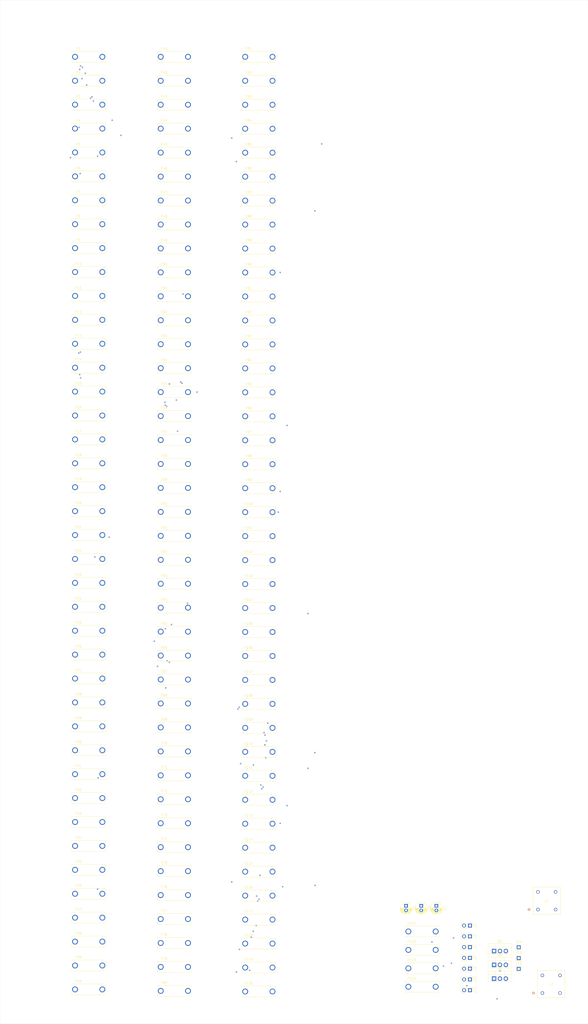
<source format=kicad_pcb>
(kicad_pcb (version 20240108) (generator "pcbnew") (generator_version "8.0")
  (layers (0 "F.Cu" signal) (31 "B.Cu" signal) (34 "B.Paste" user) (35 "F.Paste" user) (36 "B.SilkS" user "B.Silkscreen") (37 "F.SilkS" user "F.Silkscreen") (38 "B.Mask" user) (39 "F.Mask" user) (44 "Edge.Cuts" user))
  (net 0 "")
  (net 1 "Net-(C1-Pad1)")
  (net 2 "Net-(J13-Pin_2)")
  (net 3 "Net-(C2-Pad2)")
  (net 4 "Net-(C2-Pad1)")
  (net 5 "12V+")
  (net 6 "/VIN+")
  (net 7 "Net-(J7-Pin_1)")
  (net 8 "12V-")
  (net 9 "Net-(J7-Pin_2)")
  (net 10 "Net-(J7-Pin_3)")
  (net 11 "Net-(J7-Pin_4)")
  (net 12 "Net-(J7-Pin_5)")
  (net 13 "Net-(J7-Pin_6)")
  (net 14 "Net-(J7-Pin_7)")
  (net 15 "Net-(J7-Pin_8)")
  (net 16 "Net-(J7-Pin_9)")
  (net 17 "Net-(J7-Pin_10)")
  (net 18 "Net-(J7-Pin_11)")
  (net 19 "Net-(J7-Pin_12)")
  (net 20 "Net-(J7-Pin_13)")
  (net 21 "Net-(J7-Pin_14)")
  (net 22 "Net-(J7-Pin_15)")
  (net 23 "Net-(J7-Pin_16)")
  (net 24 "Net-(J7-Pin_17)")
  (net 25 "Net-(J7-Pin_18)")
  (net 26 "Net-(J7-Pin_19)")
  (net 27 "Net-(J7-Pin_20)")
  (net 28 "Net-(J3-Pin_1)")
  (net 29 "Net-(J3-Pin_2)")
  (net 30 "Net-(J3-Pin_3)")
  (net 31 "Net-(J3-Pin_4)")
  (net 32 "Net-(J3-Pin_5)")
  (net 33 "Net-(J3-Pin_6)")
  (net 34 "Net-(J3-Pin_7)")
  (net 35 "Net-(J3-Pin_8)")
  (net 36 "Net-(J3-Pin_9)")
  (net 37 "Net-(J3-Pin_10)")
  (net 38 "Net-(J3-Pin_11)")
  (net 39 "Net-(J3-Pin_12)")
  (net 40 "Net-(J3-Pin_13)")
  (net 41 "Net-(J3-Pin_14)")
  (net 42 "Net-(J3-Pin_15)")
  (net 43 "Net-(J3-Pin_16)")
  (net 44 "Net-(J3-Pin_17)")
  (net 45 "Net-(J3-Pin_18)")
  (net 46 "Net-(J3-Pin_19)")
  (net 47 "Net-(J3-Pin_20)")
  (net 48 "Net-(J8-Pin_1)")
  (net 49 "5V+")
  (net 50 "5V-")
  (net 51 "Net-(J8-Pin_2)")
  (net 52 "Net-(J8-Pin_3)")
  (net 53 "Net-(J8-Pin_4)")
  (net 54 "Net-(J8-Pin_5)")
  (net 55 "Net-(J8-Pin_6)")
  (net 56 "Net-(J8-Pin_7)")
  (net 57 "Net-(J8-Pin_8)")
  (net 58 "Net-(J8-Pin_9)")
  (net 59 "Net-(J8-Pin_10)")
  (net 60 "Net-(J8-Pin_11)")
  (net 61 "Net-(J8-Pin_12)")
  (net 62 "Net-(J8-Pin_13)")
  (net 63 "Net-(J8-Pin_14)")
  (net 64 "Net-(J8-Pin_15)")
  (net 65 "Net-(J8-Pin_16)")
  (net 66 "Net-(J8-Pin_17)")
  (net 67 "Net-(J8-Pin_18)")
  (net 68 "Net-(J8-Pin_19)")
  (net 69 "Net-(J8-Pin_20)")
  (net 70 "Net-(J9-Pin_1)")
  (net 71 "Net-(J9-Pin_2)")
  (net 72 "Net-(J9-Pin_3)")
  (net 73 "Net-(J9-Pin_4)")
  (net 74 "Net-(J9-Pin_5)")
  (net 75 "Net-(J9-Pin_6)")
  (net 76 "Net-(J9-Pin_7)")
  (net 77 "Net-(J9-Pin_8)")
  (net 78 "Net-(J9-Pin_9)")
  (net 79 "Net-(J9-Pin_10)")
  (net 80 "Net-(J9-Pin_11)")
  (net 81 "Net-(J9-Pin_12)")
  (net 82 "Net-(J9-Pin_13)")
  (net 83 "Net-(J9-Pin_14)")
  (net 84 "Net-(J9-Pin_15)")
  (net 85 "Net-(J9-Pin_16)")
  (net 86 "Net-(J9-Pin_17)")
  (net 87 "Net-(J9-Pin_18)")
  (net 88 "Net-(J9-Pin_19)")
  (net 89 "Net-(J9-Pin_20)")
  (net 90 "Net-(J11-Pin_1)")
  (net 91 "3.3V+")
  (net 92 "3.3V-")
  (net 93 "Net-(J11-Pin_2)")
  (net 94 "Net-(J11-Pin_3)")
  (net 95 "Net-(J11-Pin_4)")
  (net 96 "Net-(J11-Pin_5)")
  (net 97 "Net-(J11-Pin_6)")
  (net 98 "Net-(J11-Pin_7)")
  (net 99 "Net-(J11-Pin_8)")
  (net 100 "Net-(J11-Pin_9)")
  (net 101 "Net-(J11-Pin_10)")
  (net 102 "Net-(J11-Pin_11)")
  (net 103 "Net-(J11-Pin_12)")
  (net 104 "Net-(J11-Pin_13)")
  (net 105 "Net-(J11-Pin_14)")
  (net 106 "Net-(J11-Pin_15)")
  (net 107 "Net-(J11-Pin_16)")
  (net 108 "Net-(J11-Pin_17)")
  (net 109 "Net-(J11-Pin_18)")
  (net 110 "Net-(J11-Pin_19)")
  (net 111 "Net-(J11-Pin_20)")
  (net 112 "Net-(J12-Pin_1)")
  (net 113 "Net-(J12-Pin_2)")
  (net 114 "Net-(J12-Pin_3)")
  (net 115 "Net-(J12-Pin_4)")
  (net 116 "Net-(J12-Pin_5)")
  (net 117 "Net-(J12-Pin_6)")
  (net 118 "Net-(J12-Pin_7)")
  (net 119 "Net-(J12-Pin_8)")
  (net 120 "Net-(J12-Pin_9)")
  (net 121 "Net-(J12-Pin_10)")
  (net 122 "Net-(J12-Pin_11)")
  (net 123 "Net-(J12-Pin_12)")
  (net 124 "Net-(J12-Pin_13)")
  (net 125 "Net-(J12-Pin_14)")
  (net 126 "Net-(J12-Pin_15)")
  (net 127 "Net-(J12-Pin_16)")
  (net 128 "Net-(J12-Pin_17)")
  (net 129 "Net-(J12-Pin_18)")
  (net 130 "Net-(J12-Pin_19)")
  (net 131 "Net-(J12-Pin_20)")
  (net 132 "Net-(J13-Pin_1)")
  (net 133 "Net-(J10-Pin_1)")
  (net 134 "Net-(J2-Pin_1)")
  (net 135 "Net-(J5-Pin_1)")
  (net 136 "Net-(J1-Pin_2)")
  (net 137 "Net-(J4-Pin_2)")
  (net 138 "Net-(J6-Pin_2)")
  (net 139 "Net-(J14-Pin_1)")
  (net 140 "Net-(J15-Pin_1)")
  (net 141 "Net-(J16-Pin_1)")
  (footprint "Package_TO_SOT_THT:TO-220-3_Vertical" (layer "F.Cu") (at 133.42 -11.54)
    (property "Reference" "Q4" (at 2.54 -4.27 0) (layer "F.SilkS"))
    (property "Value" "IRLZ44N")
    (pad "1" thru_hole rect (at 0 0) (size 1.905 2) (drill 1.1) (layers "*.Cu" "*.Mask") (net 141 "Net-(J16-Pin_1)"))
    (pad "2" thru_hole oval (at 2.54 0) (size 1.905 2) (drill 1.1) (layers "*.Cu" "*.Mask") (net 92 "3.3V-"))
    (pad "3" thru_hole oval (at 5.08 0) (size 1.905 2) (drill 1.1) (layers "*.Cu" "*.Mask") (net 138 "Net-(J6-Pin_2)"))
  )
  (footprint "Library:FUSE_3544-2" (layer "F.Cu") (at -41.7 -79.1616)
    (property "Reference" "F33" (at -4.445 -3.556 0) (layer "F.SilkS"))
    (property "Value" "Fuse")
    (pad "1" thru_hole circle (at -5.895 0) (size 2.55 2.55) (drill 1.7) (layers "*.Cu" "*.Mask") (net 40 "Net-(J3-Pin_13)"))
    (pad "2" thru_hole circle (at 5.895 0) (size 2.55 2.55) (drill 1.7) (layers "*.Cu" "*.Mask") (net 5 "12V+"))
  )
  (footprint "Library:FUSE_3544-2" (layer "F.Cu") (at 31.8 -16.3462)
    (property "Reference" "F119" (at -4.445 -3.556 0) (layer "F.SilkS"))
    (property "Value" "Fuse")
    (pad "1" thru_hole circle (at -5.895 0) (size 2.55 2.55) (drill 1.7) (layers "*.Cu" "*.Mask") (net 130 "Net-(J12-Pin_19)"))
    (pad "2" thru_hole circle (at 5.895 0) (size 2.55 2.55) (drill 1.7) (layers "*.Cu" "*.Mask") (net 91 "3.3V+"))
  )
  (footprint "Library:FUSE_3544-2" (layer "F.Cu") (at -4.7 -399.1603)
    (property "Reference" "F42" (at -4.445 -3.556 0) (layer "F.SilkS"))
    (property "Value" "Fuse")
    (pad "1" thru_hole circle (at -5.895 0) (size 2.55 2.55) (drill 1.7) (layers "*.Cu" "*.Mask") (net 51 "Net-(J8-Pin_2)"))
    (pad "2" thru_hole circle (at 5.895 0) (size 2.55 2.55) (drill 1.7) (layers "*.Cu" "*.Mask") (net 50 "5V-"))
  )
  (footprint "Library:FUSE_3544-2" (layer "F.Cu") (at -4.7 -182.0257)
    (property "Reference" "F63" (at -4.445 -3.556 0) (layer "F.SilkS"))
    (property "Value" "Fuse")
    (pad "1" thru_hole circle (at -5.895 0) (size 2.55 2.55) (drill 1.7) (layers "*.Cu" "*.Mask") (net 72 "Net-(J9-Pin_3)"))
    (pad "2" thru_hole circle (at 5.895 0) (size 2.55 2.55) (drill 1.7) (layers "*.Cu" "*.Mask") (net 49 "5V+"))
  )
  (footprint "Library:FUSE_3544-2" (layer "F.Cu") (at -41.7 -182.3923)
    (property "Reference" "F23" (at -4.445 -3.556 0) (layer "F.SilkS"))
    (property "Value" "Fuse")
    (pad "1" thru_hole circle (at -5.895 0) (size 2.55 2.55) (drill 1.7) (layers "*.Cu" "*.Mask") (net 30 "Net-(J3-Pin_3)"))
    (pad "2" thru_hole circle (at 5.895 0) (size 2.55 2.55) (drill 1.7) (layers "*.Cu" "*.Mask") (net 5 "12V+"))
  )
  (footprint "Library:FUSE_3544-2" (layer "F.Cu") (at -41.7 -254.6539)
    (property "Reference" "F16" (at -4.445 -3.556 0) (layer "F.SilkS"))
    (property "Value" "Fuse")
    (pad "1" thru_hole circle (at -5.895 0) (size 2.55 2.55) (drill 1.7) (layers "*.Cu" "*.Mask") (net 23 "Net-(J7-Pin_16)"))
    (pad "2" thru_hole circle (at 5.895 0) (size 2.55 2.55) (drill 1.7) (layers "*.Cu" "*.Mask") (net 8 "12V-"))
  )
  (footprint "Library:FUSE_3544-2" (layer "F.Cu") (at -41.7 -141.1)
    (property "Reference" "F27" (at -4.445 -3.556 0) (layer "F.SilkS"))
    (property "Value" "Fuse")
    (pad "1" thru_hole circle (at -5.895 0) (size 2.55 2.55) (drill 1.7) (layers "*.Cu" "*.Mask") (net 34 "Net-(J3-Pin_7)"))
    (pad "2" thru_hole circle (at 5.895 0) (size 2.55 2.55) (drill 1.7) (layers "*.Cu" "*.Mask") (net 5 "12V+"))
  )
  (footprint "Library:FUSE_3544-2" (layer "F.Cu") (at -41.7 -316.5923)
    (property "Reference" "F10" (at -4.445 -3.556 0) (layer "F.SilkS"))
    (property "Value" "Fuse")
    (pad "1" thru_hole circle (at -5.895 0) (size 2.55 2.55) (drill 1.7) (layers "*.Cu" "*.Mask") (net 17 "Net-(J7-Pin_10)"))
    (pad "2" thru_hole circle (at 5.895 0) (size 2.55 2.55) (drill 1.7) (layers "*.Cu" "*.Mask") (net 8 "12V-"))
  )
  (footprint "Library:FUSE_3544-2" (layer "F.Cu") (at -41.7 -130.7769)
    (property "Reference" "F28" (at -4.445 -3.556 0) (layer "F.SilkS"))
    (property "Value" "Fuse")
    (pad "1" thru_hole circle (at -5.895 0) (size 2.55 2.55) (drill 1.7) (layers "*.Cu" "*.Mask") (net 35 "Net-(J3-Pin_8)"))
    (pad "2" thru_hole circle (at 5.895 0) (size 2.55 2.55) (drill 1.7) (layers "*.Cu" "*.Mask") (net 8 "12V-"))
  )
  (footprint "Library:FUSE_3544-2" (layer "F.Cu") (at -4.7 -316.4423)
    (property "Reference" "F50" (at -4.445 -3.556 0) (layer "F.SilkS"))
    (property "Value" "Fuse")
    (pad "1" thru_hole circle (at -5.895 0) (size 2.55 2.55) (drill 1.7) (layers "*.Cu" "*.Mask") (net 59 "Net-(J8-Pin_10)"))
    (pad "2" thru_hole circle (at 5.895 0) (size 2.55 2.55) (drill 1.7) (layers "*.Cu" "*.Mask") (net 50 "5V-"))
  )
  (footprint "Library:FUSE_3544-2" (layer "F.Cu") (at -41.7 -368.2077)
    (property "Reference" "F5" (at -4.445 -3.556 0) (layer "F.SilkS"))
    (property "Value" "Fuse")
    (pad "1" thru_hole circle (at -5.895 0) (size 2.55 2.55) (drill 1.7) (layers "*.Cu" "*.Mask") (net 12 "Net-(J7-Pin_5)"))
    (pad "2" thru_hole circle (at 5.895 0) (size 2.55 2.55) (drill 1.7) (layers "*.Cu" "*.Mask") (net 5 "12V+"))
  )
  (footprint "Library:FUSE_3544-2" (layer "F.Cu") (at -4.7 -88.968)
    (property "Reference" "F72" (at -4.445 -3.556 0) (layer "F.SilkS"))
    (property "Value" "Fuse")
    (pad "1" thru_hole circle (at -5.895 0) (size 2.55 2.55) (drill 1.7) (layers "*.Cu" "*.Mask") (net 81 "Net-(J9-Pin_12)"))
    (pad "2" thru_hole circle (at 5.895 0) (size 2.55 2.55) (drill 1.7) (layers "*.Cu" "*.Mask") (net 50 "5V-"))
  )
  (footprint "Library:FUSE_3544-2" (layer "F.Cu") (at 31.8 -181.8846)
    (property "Reference" "F103" (at -4.445 -3.556 0) (layer "F.SilkS"))
    (property "Value" "Fuse")
    (pad "1" thru_hole circle (at -5.895 0) (size 2.55 2.55) (drill 1.7) (layers "*.Cu" "*.Mask") (net 114 "Net-(J12-Pin_3)"))
    (pad "2" thru_hole circle (at 5.895 0) (size 2.55 2.55) (drill 1.7) (layers "*.Cu" "*.Mask") (net 91 "3.3V+"))
  )
  (footprint "Library:FUSE_3544-2" (layer "F.Cu") (at -41.7 -285.6231)
    (property "Reference" "F13" (at -4.445 -3.556 0) (layer "F.SilkS"))
    (property "Value" "Fuse")
    (pad "1" thru_hole circle (at -5.895 0) (size 2.55 2.55) (drill 1.7) (layers "*.Cu" "*.Mask") (net 20 "Net-(J7-Pin_13)"))
    (pad "2" thru_hole circle (at 5.895 0) (size 2.55 2.55) (drill 1.7) (layers "*.Cu" "*.Mask") (net 5 "12V+"))
  )
  (footprint "Library:FUSE_3544-2" (layer "F.Cu") (at -4.7 -68.2885)
    (property "Reference" "F74" (at -4.445 -3.556 0) (layer "F.SilkS"))
    (property "Value" "Fuse")
    (pad "1" thru_hole circle (at -5.895 0) (size 2.55 2.55) (drill 1.7) (layers "*.Cu" "*.Mask") (net 83 "Net-(J9-Pin_14)"))
    (pad "2" thru_hole circle (at 5.895 0) (size 2.55 2.55) (drill 1.7) (layers "*.Cu" "*.Mask") (net 50 "5V-"))
  )
  (footprint "Library:FUSE_3544-2" (layer "F.Cu") (at -41.7 -357.8846)
    (property "Reference" "F6" (at -4.445 -3.556 0) (layer "F.SilkS"))
    (property "Value" "Fuse")
    (pad "1" thru_hole circle (at -5.895 0) (size 2.55 2.55) (drill 1.7) (layers "*.Cu" "*.Mask") (net 13 "Net-(J7-Pin_6)"))
    (pad "2" thru_hole circle (at 5.895 0) (size 2.55 2.55) (drill 1.7) (layers "*.Cu" "*.Mask") (net 8 "12V-"))
  )
  (footprint "Library:FUSE_3544-2" (layer "F.Cu") (at -4.7 -233.7244)
    (property "Reference" "F58" (at -4.445 -3.556 0) (layer "F.SilkS"))
    (property "Value" "Fuse")
    (pad "1" thru_hole circle (at -5.895 0) (size 2.55 2.55) (drill 1.7) (layers "*.Cu" "*.Mask") (net 67 "Net-(J8-Pin_18)"))
    (pad "2" thru_hole circle (at 5.895 0) (size 2.55 2.55) (drill 1.7) (layers "*.Cu" "*.Mask") (net 50 "5V-"))
  )
  (footprint "Library:FUSE_3544-2" (layer "F.Cu") (at -41.7 -58.5154)
    (property "Reference" "F35" (at -4.445 -3.556 0) (layer "F.SilkS"))
    (property "Value" "Fuse")
    (pad "1" thru_hole circle (at -5.895 0) (size 2.55 2.55) (drill 1.7) (layers "*.Cu" "*.Mask") (net 42 "Net-(J3-Pin_15)"))
    (pad "2" thru_hole circle (at 5.895 0) (size 2.55 2.55) (drill 1.7) (layers "*.Cu" "*.Mask") (net 5 "12V+"))
  )
  (footprint "Library:FUSE_3544-2" (layer "F.Cu") (at -4.7 -244.0641)
    (property "Reference" "F57" (at -4.445 -3.556 0) (layer "F.SilkS"))
    (property "Value" "Fuse")
    (pad "1" thru_hole circle (at -5.895 0) (size 2.55 2.55) (drill 1.7) (layers "*.Cu" "*.Mask") (net 66 "Net-(J8-Pin_17)"))
    (pad "2" thru_hole circle (at 5.895 0) (size 2.55 2.55) (drill 1.7) (layers "*.Cu" "*.Mask") (net 49 "5V+"))
  )
  (footprint "Library:FUSE_3544-2" (layer "F.Cu") (at 31.8 -264.6539)
    (property "Reference" "F95" (at -4.445 -3.556 0) (layer "F.SilkS"))
    (property "Value" "Fuse")
    (pad "1" thru_hole circle (at -5.895 0) (size 2.55 2.55) (drill 1.7) (layers "*.Cu" "*.Mask") (net 106 "Net-(J11-Pin_15)"))
    (pad "2" thru_hole circle (at 5.895 0) (size 2.55 2.55) (drill 1.7) (layers "*.Cu" "*.Mask") (net 91 "3.3V+"))
  )
  (footprint "Library:FUSE_3544-2" (layer "F.Cu") (at 31.8 -161.1923)
    (property "Reference" "F105" (at -4.445 -3.556 0) (layer "F.SilkS"))
    (property "Value" "Fuse")
    (pad "1" thru_hole circle (at -5.895 0) (size 2.55 2.55) (drill 1.7) (layers "*.Cu" "*.Mask") (net 116 "Net-(J12-Pin_5)"))
    (pad "2" thru_hole circle (at 5.895 0) (size 2.55 2.55) (drill 1.7) (layers "*.Cu" "*.Mask") (net 91 "3.3V+"))
  )
  (footprint "Library:FUSE_3544-2" (layer "F.Cu") (at 31.8 -337.0769)
    (property "Reference" "F88" (at -4.445 -3.556 0) (layer "F.SilkS"))
    (property "Value" "Fuse")
    (pad "1" thru_hole circle (at -5.895 0) (size 2.55 2.55) (drill 1.7) (layers "*.Cu" "*.Mask") (net 99 "Net-(J11-Pin_8)"))
    (pad "2" thru_hole circle (at 5.895 0) (size 2.55 2.55) (drill 1.7) (layers "*.Cu" "*.Mask") (net 92 "3.3V-"))
  )
  (footprint "Library:FUSE_3544-2" (layer "F.Cu") (at 31.8 -37.0385)
    (property "Reference" "F117" (at -4.445 -3.556 0) (layer "F.SilkS"))
    (property "Value" "Fuse")
    (pad "1" thru_hole circle (at -5.895 0) (size 2.55 2.55) (drill 1.7) (layers "*.Cu" "*.Mask") (net 128 "Net-(J12-Pin_17)"))
    (pad "2" thru_hole circle (at 5.895 0) (size 2.55 2.55) (drill 1.7) (layers "*.Cu" "*.Mask") (net 91 "3.3V+"))
  )
  (footprint "Library:FUSE_3544-2" (layer "F.Cu") (at 31.8 -26.6923)
    (property "Reference" "F118" (at -4.445 -3.556 0) (layer "F.SilkS"))
    (property "Value" "Fuse")
    (pad "1" thru_hole circle (at -5.895 0) (size 2.55 2.55) (drill 1.7) (layers "*.Cu" "*.Mask") (net 129 "Net-(J12-Pin_18)"))
    (pad "2" thru_hole circle (at 5.895 0) (size 2.55 2.55) (drill 1.7) (layers "*.Cu" "*.Mask") (net 92 "3.3V-"))
  )
  (footprint "Library:FUSE_3544-2" (layer "F.Cu") (at 31.8 -99.1154)
    (property "Reference" "F111" (at -4.445 -3.556 0) (layer "F.SilkS"))
    (property "Value" "Fuse")
    (pad "1" thru_hole circle (at -5.895 0) (size 2.55 2.55) (drill 1.7) (layers "*.Cu" "*.Mask") (net 122 "Net-(J12-Pin_11)"))
    (pad "2" thru_hole circle (at 5.895 0) (size 2.55 2.55) (drill 1.7) (layers "*.Cu" "*.Mask") (net 91 "3.3V+"))
  )
  (footprint "Package_TO_SOT_THT:TO-220-3_Vertical" (layer "F.Cu") (at 133.42 -23.46)
    (property "Reference" "Q1" (at 2.54 -4.27 0) (layer "F.SilkS"))
    (property "Value" "IRLZ44N")
    (pad "1" thru_hole rect (at 0 0) (size 1.905 2) (drill 1.1) (layers "*.Cu" "*.Mask") (net 139 "Net-(J14-Pin_1)"))
    (pad "2" thru_hole oval (at 2.54 0) (size 1.905 2) (drill 1.1) (layers "*.Cu" "*.Mask") (net 8 "12V-"))
    (pad "3" thru_hole oval (at 5.08 0) (size 1.905 2) (drill 1.1) (layers "*.Cu" "*.Mask") (net 136 "Net-(J1-Pin_2)"))
  )
  (footprint "Library:FUSE_3544-2" (layer "F.Cu") (at 31.8 -368.1154)
    (property "Reference" "F85" (at -4.445 -3.556 0) (layer "F.SilkS"))
    (property "Value" "Fuse")
    (pad "1" thru_hole circle (at -5.895 0) (size 2.55 2.55) (drill 1.7) (layers "*.Cu" "*.Mask") (net 96 "Net-(J11-Pin_5)"))
    (pad "2" thru_hole circle (at 5.895 0) (size 2.55 2.55) (drill 1.7) (layers "*.Cu" "*.Mask") (net 91 "3.3V+"))
  )
  (footprint "Connector_PinHeader_2.54mm:PinHeader_1x02_P2.54mm_Vertical" (layer "F.Cu") (at 123 -25.15 -90)
    (property "Reference" "J4" (at 0 -2.33 90) (layer "F.SilkS"))
    (property "Value" "Screw_Terminal_01x02")
    (pad "1" thru_hole rect (at 0 0 270) (size 1.7 1.7) (drill 1) (layers "*.Cu" "*.Mask") (net 49 "5V+"))
    (pad "2" thru_hole oval (at 0 2.54 270) (size 1.7 1.7) (drill 1) (layers "*.Cu" "*.Mask") (net 137 "Net-(J4-Pin_2)"))
  )
  (footprint "Package_TO_SOT_THT:TO-220-3_Vertical" (layer "F.Cu") (at 133.42 -17.5)
    (property "Reference" "Q3" (at 2.54 -4.27 0) (layer "F.SilkS"))
    (property "Value" "IRLZ44N")
    (pad "1" thru_hole rect (at 0 0) (size 1.905 2) (drill 1.1) (layers "*.Cu" "*.Mask") (net 140 "Net-(J15-Pin_1)"))
    (pad "2" thru_hole oval (at 2.54 0) (size 1.905 2) (drill 1.1) (layers "*.Cu" "*.Mask") (net 50 "5V-"))
    (pad "3" thru_hole oval (at 5.08 0) (size 1.905 2) (drill 1.1) (layers "*.Cu" "*.Mask") (net 137 "Net-(J4-Pin_2)"))
  )
  (footprint "Library:FUSE_3544-2" (layer "F.Cu") (at 31.8 -275)
    (property "Reference" "F94" (at -4.445 -3.556 0) (layer "F.SilkS"))
    (property "Value" "Fuse")
    (pad "1" thru_hole circle (at -5.895 0) (size 2.55 2.55) (drill 1.7) (layers "*.Cu" "*.Mask") (net 105 "Net-(J11-Pin_14)"))
    (pad "2" thru_hole circle (at 5.895 0) (size 2.55 2.55) (drill 1.7) (layers "*.Cu" "*.Mask") (net 92 "3.3V-"))
  )
  (footprint "Library:FUSE_3544-2" (layer "F.Cu") (at 31.8 -316.3846)
    (property "Reference" "F90" (at -4.445 -3.556 0) (layer "F.SilkS"))
    (property "Value" "Fuse")
    (pad "1" thru_hole circle (at -5.895 0) (size 2.55 2.55) (drill 1.7) (layers "*.Cu" "*.Mask") (net 101 "Net-(J11-Pin_10)"))
    (pad "2" thru_hole circle (at 5.895 0) (size 2.55 2.55) (drill 1.7) (layers "*.Cu" "*.Mask") (net 92 "3.3V-"))
  )
  (footprint "Library:FUSE_3544-2" (layer "F.Cu") (at 31.8 -223.2692)
    (property "Reference" "F99" (at -4.445 -3.556 0) (layer "F.SilkS"))
    (property "Value" "Fuse")
    (pad "1" thru_hole circle (at -5.895 0) (size 2.55 2.55) (drill 1.7) (layers "*.Cu" "*.Mask") (net 110 "Net-(J11-Pin_19)"))
    (pad "2" thru_hole circle (at 5.895 0) (size 2.55 2.55) (drill 1.7) (layers "*.Cu" "*.Mask") (net 91 "3.3V+"))
  )
  (footprint "Connector_PinHeader_2.54mm:PinHeader_1x01_P2.54mm_Vertical" (layer "F.Cu") (at 144.06 -20.41)
    (property "Reference" "J15" (at 0 -2.33 0) (layer "F.SilkS"))
    (property "Value" "Conn_01x01")
    (pad "1" thru_hole rect (at 0 0) (size 1.7 1.7) (drill 1) (layers "*.Cu" "*.Mask") (net 140 "Net-(J15-Pin_1)"))
  )
  (footprint "Library:FUSE_3544-2" (layer "F.Cu") (at -41.7 -295.9462)
    (property "Reference" "F12" (at -4.445 -3.556 0) (layer "F.SilkS"))
    (property "Value" "Fuse")
    (pad "1" thru_hole circle (at -5.895 0) (size 2.55 2.55) (drill 1.7) (layers "*.Cu" "*.Mask") (net 19 "Net-(J7-Pin_12)"))
    (pad "2" thru_hole circle (at 5.895 0) (size 2.55 2.55) (drill 1.7) (layers "*.Cu" "*.Mask") (net 8 "12V-"))
  )
  (footprint "Library:FUSE_3544-2" (layer "F.Cu") (at 31.8 -285.3462)
    (property "Reference" "F93" (at -4.445 -3.556 0) (layer "F.SilkS"))
    (property "Value" "Fuse")
    (pad "1" thru_hole circle (at -5.895 0) (size 2.55 2.55) (drill 1.7) (layers "*.Cu" "*.Mask") (net 104 "Net-(J11-Pin_13)"))
    (pad "2" thru_hole circle (at 5.895 0) (size 2.55 2.55) (drill 1.7) (layers "*.Cu" "*.Mask") (net 91 "3.3V+"))
  )
  (footprint "Library:FUSE_3544-2" (layer "F.Cu") (at 31.8 -243.9616)
    (property "Reference" "F97" (at -4.445 -3.556 0) (layer "F.SilkS"))
    (property "Value" "Fuse")
    (pad "1" thru_hole circle (at -5.895 0) (size 2.55 2.55) (drill 1.7) (layers "*.Cu" "*.Mask") (net 108 "Net-(J11-Pin_17)"))
    (pad "2" thru_hole circle (at 5.895 0) (size 2.55 2.55) (drill 1.7) (layers "*.Cu" "*.Mask") (net 91 "3.3V+"))
  )
  (footprint "Library:FUSE_3544-2" (layer "F.Cu") (at -4.7 -337.1218)
    (property "Reference" "F48" (at -4.445 -3.556 0) (layer "F.SilkS"))
    (property "Value" "Fuse")
    (pad "1" thru_hole circle (at -5.895 0) (size 2.55 2.55) (drill 1.7) (layers "*.Cu" "*.Mask") (net 57 "Net-(J8-Pin_8)"))
    (pad "2" thru_hole circle (at 5.895 0) (size 2.55 2.55) (drill 1.7) (layers "*.Cu" "*.Mask") (net 50 "5V-"))
  )
  (footprint "Library:FUSE_3544-2" (layer "F.Cu") (at 31.8 -150.8462)
    (property "Reference" "F106" (at -4.445 -3.556 0) (layer "F.SilkS"))
    (property "Value" "Fuse")
    (pad "1" thru_hole circle (at -5.895 0) (size 2.55 2.55) (drill 1.7) (layers "*.Cu" "*.Mask") (net 117 "Net-(J12-Pin_6)"))
    (pad "2" thru_hole circle (at 5.895 0) (size 2.55 2.55) (drill 1.7) (layers "*.Cu" "*.Mask") (net 92 "3.3V-"))
  )
  (footprint "Library:FUSE_3544-2" (layer "F.Cu") (at -41.7 -388.8538)
    (property "Reference" "F3" (at -4.445 -3.556 0) (layer "F.SilkS"))
    (property "Value" "Fuse")
    (pad "1" thru_hole circle (at -5.895 0) (size 2.55 2.55) (drill 1.7) (layers "*.Cu" "*.Mask") (net 10 "Net-(J7-Pin_3)"))
    (pad "2" thru_hole circle (at 5.895 0) (size 2.55 2.55) (drill 1.7) (layers "*.Cu" "*.Mask") (net 5 "12V+"))
  )
  (footprint "Library:FUSE_3544-2" (layer "F.Cu") (at -4.7 -140.6667)
    (property "Reference" "F67" (at -4.445 -3.556 0) (layer "F.SilkS"))
    (property "Value" "Fuse")
    (pad "1" thru_hole circle (at -5.895 0) (size 2.55 2.55) (drill 1.7) (layers "*.Cu" "*.Mask") (net 76 "Net-(J9-Pin_7)"))
    (pad "2" thru_hole circle (at 5.895 0) (size 2.55 2.55) (drill 1.7) (layers "*.Cu" "*.Mask") (net 49 "5V+"))
  )
  (footprint "Library:FUSE_3544-2" (layer "F.Cu") (at -41.7 -399.1769)
    (property "Reference" "F2" (at -4.445 -3.556 0) (layer "F.SilkS"))
    (property "Value" "Fuse")
    (pad "1" thru_hole circle (at -5.895 0) (size 2.55 2.55) (drill 1.7) (layers "*.Cu" "*.Mask") (net 9 "Net-(J7-Pin_2)"))
    (pad "2" thru_hole circle (at 5.895 0) (size 2.55 2.55) (drill 1.7) (layers "*.Cu" "*.Mask") (net 8 "12V-"))
  )
  (footprint "Library:FUSE_3544-2" (layer "F.Cu") (at -41.7 -120.4539)
    (property "Reference" "F29" (at -4.445 -3.556 0) (layer "F.SilkS"))
    (property "Value" "Fuse")
    (pad "1" thru_hole circle (at -5.895 0) (size 2.55 2.55) (drill 1.7) (layers "*.Cu" "*.Mask") (net 36 "Net-(J3-Pin_9)"))
    (pad "2" thru_hole circle (at 5.895 0) (size 2.55 2.55) (drill 1.7) (layers "*.Cu" "*.Mask") (net 5 "12V+"))
  )
  (footprint "Library:TCK-076" (layer "F.Cu") (at 152.38 -41.38)
    (property "Reference" "L1" (at 3.81 -3.81 0) (layer "F.SilkS"))
    (property "Value" "TCK")
    (pad "1" thru_hole circle (at 0 0) (size 1.4732 1.4732) (drill 0.9652) (layers "*.Cu" "*.Mask") (net 3 "Net-(C2-Pad2)"))
    (pad "2" thru_hole circle (at 7.62 0) (size 1.4732 1.4732) (drill 0.9652) (layers "*.Cu" "*.Mask") (net 2 "Net-(J13-Pin_2)"))
    (pad "3" thru_hole circle (at 7.62 -7.62) (size 1.4732 1.4732) (drill 0.9652) (layers "*.Cu" "*.Mask") (net 4 "Net-(C2-Pad1)"))
    (pad "4" thru_hole circle (at 0 -7.62) (size 1.4732 1.4732) (drill 0.9652) (layers "*.Cu" "*.Mask") (net 1 "Net-(C1-Pad1)"))
  )
  (footprint "Library:FUSE_3544-2" (layer "F.Cu") (at 31.8 -378.4615)
    (property "Reference" "F84" (at -4.445 -3.556 0) (layer "F.SilkS"))
    (property "Value" "Fuse")
    (pad "1" thru_hole circle (at -5.895 0) (size 2.55 2.55) (drill 1.7) (layers "*.Cu" "*.Mask") (net 95 "Net-(J11-Pin_4)"))
    (pad "2" thru_hole circle (at 5.895 0) (size 2.55 2.55) (drill 1.7) (layers "*.Cu" "*.Mask") (net 92 "3.3V-"))
  )
  (footprint "Library:FUSE_3544-2" (layer "F.Cu") (at -4.7 -202.7051)
    (property "Reference" "F61" (at -4.445 -3.556 0) (layer "F.SilkS"))
    (property "Value" "Fuse")
    (pad "1" thru_hole circle (at -5.895 0) (size 2.55 2.55) (drill 1.7) (layers "*.Cu" "*.Mask") (net 70 "Net-(J9-Pin_1)"))
    (pad "2" thru_hole circle (at 5.895 0) (size 2.55 2.55) (drill 1.7) (layers "*.Cu" "*.Mask") (net 49 "5V+"))
  )
  (footprint "Library:FUSE_3544-2" (layer "F.Cu") (at 31.8 -130.1539)
    (property "Reference" "F108" (at -4.445 -3.556 0) (layer "F.SilkS"))
    (property "Value" "Fuse")
    (pad "1" thru_hole circle (at -5.895 0) (size 2.55 2.55) (drill 1.7) (layers "*.Cu" "*.Mask") (net 119 "Net-(J12-Pin_8)"))
    (pad "2" thru_hole circle (at 5.895 0) (size 2.55 2.55) (drill 1.7) (layers "*.Cu" "*.Mask") (net 92 "3.3V-"))
  )
  (footprint "Library:FUSE_3544-2" (layer "F.Cu") (at -4.7 -16.5898)
    (property "Reference" "F79" (at -4.445 -3.556 0) (layer "F.SilkS"))
    (property "Value" "Fuse")
    (pad "1" thru_hole circle (at -5.895 0) (size 2.55 2.55) (drill 1.7) (layers "*.Cu" "*.Mask") (net 88 "Net-(J9-Pin_19)"))
    (pad "2" thru_hole circle (at 5.895 0) (size 2.55 2.55) (drill 1.7) (layers "*.Cu" "*.Mask") (net 49 "5V+"))
  )
  (footprint "Library:FUSE_3544-2" (layer "F.Cu") (at -41.7 -337.2385)
    (property "Reference" "F8" (at -4.445 -3.556 0) (layer "F.SilkS"))
    (property "Value" "Fuse")
    (pad "1" thru_hole circle (at -5.895 0) (size 2.55 2.55) (drill 1.7) (layers "*.Cu" "*.Mask") (net 15 "Net-(J7-Pin_8)"))
    (pad "2" thru_hole circle (at 5.895 0) (size 2.55 2.55) (drill 1.7) (layers "*.Cu" "*.Mask") (net 8 "12V-"))
  )
  (footprint "Library:FUSE_3544-2" (layer "F.Cu") (at -41.7 -172.0693)
    (property "Reference" "F24" (at -4.445 -3.556 0) (layer "F.SilkS"))
    (property "Value" "Fuse")
    (pad "1" thru_hole circle (at -5.895 0) (size 2.55 2.55) (drill 1.7) (layers "*.Cu" "*.Mask") (net 31 "Net-(J3-Pin_4)"))
    (pad "2" thru_hole circle (at 5.895 0) (size 2.55 2.55) (drill 1.7) (layers "*.Cu" "*.Mask") (net 8 "12V-"))
  )
  (footprint "Connector_PinHeader_2.54mm:PinHeader_1x02_P2.54mm_Vertical" (layer "F.Cu") (at 123 -6.55 -90)
    (property "Reference" "J13" (at 0 -2.33 90) (layer "F.SilkS"))
    (property "Value" "Screw_Terminal_01x02")
    (pad "1" thru_hole rect (at 0 0 270) (size 1.7 1.7) (drill 1) (layers "*.Cu" "*.Mask") (net 132 "Net-(J13-Pin_1)"))
    (pad "2" thru_hole oval (at 0 2.54 270) (size 1.7 1.7) (drill 1) (layers "*.Cu" "*.Mask") (net 2 "Net-(J13-Pin_2)"))
  )
  (footprint "Library:FUSE_3544-2" (layer "F.Cu") (at 31.8 -57.7308)
    (property "Reference" "F115" (at -4.445 -3.556 0) (layer "F.SilkS"))
    (property "Value" "Fuse")
    (pad "1" thru_hole circle (at -5.895 0) (size 2.55 2.55) (drill 1.7) (layers "*.Cu" "*.Mask") (net 126 "Net-(J12-Pin_15)"))
    (pad "2" thru_hole circle (at 5.895 0) (size 2.55 2.55) (drill 1.7) (layers "*.Cu" "*.Mask") (net 91 "3.3V+"))
  )
  (footprint "Library:FUSE_3544-2" (layer "F.Cu") (at -4.7 -368.141)
    (property "Reference" "F45" (at -4.445 -3.556 0) (layer "F.SilkS"))
    (property "Value" "Fuse")
    (pad "1" thru_hole circle (at -5.895 0) (size 2.55 2.55) (drill 1.7) (layers "*.Cu" "*.Mask") (net 54 "Net-(J8-Pin_5)"))
    (pad "2" thru_hole circle (at 5.895 0) (size 2.55 2.55) (drill 1.7) (layers "*.Cu" "*.Mask") (net 49 "5V+"))
  )
  (footprint "Library:FUSE_3544-2" (layer "F.Cu") (at -4.7 -130.3269)
    (property "Reference" "F68" (at -4.445 -3.556 0) (layer "F.SilkS"))
    (property "Value" "Fuse")
    (pad "1" thru_hole circle (at -5.895 0) (size 2.55 2.55) (drill 1.7) (layers "*.Cu" "*.Mask") (net 77 "Net-(J9-Pin_8)"))
    (pad "2" thru_hole circle (at 5.895 0) (size 2.55 2.55) (drill 1.7) (layers "*.Cu" "*.Mask") (net 50 "5V-"))
  )
  (footprint "Library:FUSE_3544-2" (layer "F.Cu") (at -41.7 -110.1308)
    (property "Reference" "F30" (at -4.445 -3.556 0) (layer "F.SilkS"))
    (property "Value" "Fuse")
    (pad "1" thru_hole circle (at -5.895 0) (size 2.55 2.55) (drill 1.7) (layers "*.Cu" "*.Mask") (net 37 "Net-(J3-Pin_10)"))
    (pad "2" thru_hole circle (at 5.895 0) (size 2.55 2.55) (drill 1.7) (layers "*.Cu" "*.Mask") (net 8 "12V-"))
  )
  (footprint "Library:FUSE_3544-2" (layer "F.Cu") (at -4.7 -378.4808)
    (property "Reference" "F44" (at -4.445 -3.556 0) (layer "F.SilkS"))
    (property "Value" "Fuse")
    (pad "1" thru_hole circle (at -5.895 0) (size 2.55 2.55) (drill 1.7) (layers "*.Cu" "*.Mask") (net 53 "Net-(J8-Pin_4)"))
    (pad "2" thru_hole circle (at 5.895 0) (size 2.55 2.55) (drill 1.7) (layers "*.Cu" "*.Mask") (net 50 "5V-"))
  )
  (footprint "Connector_PinHeader_2.54mm:PinHeader_1x01_P2.54mm_Vertical" (layer "F.Cu") (at 144.06 -15.76)
    (property "Reference" "J16" (at 0 -2.33 0) (layer "F.SilkS"))
    (property "Value" "Conn_01x01")
    (pad "1" thru_hole rect (at 0 0) (size 1.7 1.7) (drill 1) (layers "*.Cu" "*.Mask") (net 141 "Net-(J16-Pin_1)"))
  )
  (footprint "Library:FUSE_3544-2" (layer "F.Cu") (at -4.7 -109.6475)
    (property "Reference" "F70" (at -4.445 -3.556 0) (layer "F.SilkS"))
    (property "Value" "Fuse")
    (pad "1" thru_hole circle (at -5.895 0) (size 2.55 2.55) (drill 1.7) (layers "*.Cu" "*.Mask") (net 79 "Net-(J9-Pin_10)"))
    (pad "2" thru_hole circle (at 5.895 0) (size 2.55 2.55) (drill 1.7) (layers "*.Cu" "*.Mask") (net 50 "5V-"))
  )
  (footprint "Library:FUSE_3544-2" (layer "F.Cu") (at 102.3 -8.05)
    (property "Reference" "F124" (at -4.445 -3.556 0) (layer "F.SilkS"))
    (property "Value" "Fuse")
    (pad "1" thru_hole circle (at -5.895 0) (size 2.55 2.55) (drill 1.7) (layers "*.Cu" "*.Mask") (net 6 "/VIN+"))
    (pad "2" thru_hole circle (at 5.895 0) (size 2.55 2.55) (drill 1.7) (layers "*.Cu" "*.Mask") (net 135 "Net-(J5-Pin_1)"))
  )
  (footprint "Connector_PinHeader_2.54mm:PinHeader_1x02_P2.54mm_Vertical" (layer "F.Cu") (at 123 -20.5 -90)
    (property "Reference" "J5" (at 0 -2.33 90) (layer "F.SilkS"))
    (property "Value" "Screw_Terminal_01x02")
    (pad "1" thru_hole rect (at 0 0 270) (size 1.7 1.7) (drill 1) (layers "*.Cu" "*.Mask") (net 135 "Net-(J5-Pin_1)"))
    (pad "2" thru_hole oval (at 0 2.54 270) (size 1.7 1.7) (drill 1) (layers "*.Cu" "*.Mask") (net 5 "12V+"))
  )
  (footprint "Library:FUSE_3544-2" (layer "F.Cu") (at 102.3 -31.9)
    (property "Reference" "F121" (at -4.445 -3.556 0) (layer "F.SilkS"))
    (property "Value" "Fuse")
    (pad "1" thru_hole circle (at -5.895 0) (size 2.55 2.55) (drill 1.7) (layers "*.Cu" "*.Mask") (net 132 "Net-(J13-Pin_1)"))
    (pad "2" thru_hole circle (at 5.895 0) (size 2.55 2.55) (drill 1.7) (layers "*.Cu" "*.Mask") (net 1 "Net-(C1-Pad1)"))
  )
  (footprint "Capacitor_THT:CP_Radial_D5.0mm_P2.00mm" (layer "F.Cu") (at 101.95 -43 -90)
    (property "Reference" "C2" (at 1 -3.75 90) (layer "F.SilkS"))
    (property "Value" "2.2uF")
    (pad "1" thru_hole rect (at 0 0 270) (size 1.6 1.6) (drill 0.8) (layers "*.Cu" "*.Mask") (net 4 "Net-(C2-Pad1)"))
    (pad "2" thru_hole circle (at 2 0 270) (size 1.6 1.6) (drill 0.8) (layers "*.Cu" "*.Mask") (net 3 "Net-(C2-Pad2)"))
  )
  (footprint "Library:FUSE_3544-2" (layer "F.Cu") (at -4.7 -192.3654)
    (property "Reference" "F62" (at -4.445 -3.556 0) (layer "F.SilkS"))
    (property "Value" "Fuse")
    (pad "1" thru_hole circle (at -5.895 0) (size 2.55 2.55) (drill 1.7) (layers "*.Cu" "*.Mask") (net 71 "Net-(J9-Pin_2)"))
    (pad "2" thru_hole circle (at 5.895 0) (size 2.55 2.55) (drill 1.7) (layers "*.Cu" "*.Mask") (net 50 "5V-"))
  )
  (footprint "Library:FUSE_3544-2" (layer "F.Cu") (at -4.7 -223.3846)
    (property "Reference" "F59" (at -4.445 -3.556 0) (layer "F.SilkS"))
    (property "Value" "Fuse")
    (pad "1" thru_hole circle (at -5.895 0) (size 2.55 2.55) (drill 1.7) (layers "*.Cu" "*.Mask") (net 68 "Net-(J8-Pin_19)"))
    (pad "2" thru_hole circle (at 5.895 0) (size 2.55 2.55) (drill 1.7) (layers "*.Cu" "*.Mask") (net 49 "5V+"))
  )
  (footprint "Library:FUSE_3544-2" (layer "F.Cu") (at -41.7 -275.3)
    (property "Reference" "F14" (at -4.445 -3.556 0) (layer "F.SilkS"))
    (property "Value" "Fuse")
    (pad "1" thru_hole circle (at -5.895 0) (size 2.55 2.55) (drill 1.7) (layers "*.Cu" "*.Mask") (net 21 "Net-(J7-Pin_14)"))
    (pad "2" thru_hole circle (at 5.895 0) (size 2.55 2.55) (drill 1.7) (layers "*.Cu" "*.Mask") (net 8 "12V-"))
  )
  (footprint "Library:FUSE_3544-2" (layer "F.Cu") (at -41.7 -192.7154)
    (property "Reference" "F22" (at -4.445 -3.556 0) (layer "F.SilkS"))
    (property "Value" "Fuse")
    (pad "1" thru_hole circle (at -5.895 0) (size 2.55 2.55) (drill 1.7) (layers "*.Cu" "*.Mask") (net 29 "Net-(J3-Pin_2)"))
    (pad "2" thru_hole circle (at 5.895 0) (size 2.55 2.55) (drill 1.7) (layers "*.Cu" "*.Mask") (net 8 "12V-"))
  )
  (footprint "Connector_PinHeader_2.54mm:PinHeader_1x02_P2.54mm_Vertical" (layer "F.Cu") (at 123 -15.85 -90)
    (property "Reference" "J6" (at 0 -2.33 90) (layer "F.SilkS"))
    (property "Value" "Screw_Terminal_01x02")
    (pad "1" thru_hole rect (at 0 0 270) (size 1.7 1.7) (drill 1) (layers "*.Cu" "*.Mask") (net 91 "3.3V+"))
    (pad "2" thru_hole oval (at 0 2.54 270) (size 1.7 1.7) (drill 1) (layers "*.Cu" "*.Mask") (net 138 "Net-(J6-Pin_2)"))
  )
  (footprint "Library:FUSE_3544-2" (layer "F.Cu") (at -41.7 -89.4846)
    (property "Reference" "F32" (at -4.445 -3.556 0) (layer "F.SilkS"))
    (property "Value" "Fuse")
    (pad "1" thru_hole circle (at -5.895 0) (size 2.55 2.55) (drill 1.7) (layers "*.Cu" "*.Mask") (net 39 "Net-(J3-Pin_12)"))
    (pad "2" thru_hole circle (at 5.895 0) (size 2.55 2.55) (drill 1.7) (layers "*.Cu" "*.Mask") (net 8 "12V-"))
  )
  (footprint "Library:FUSE_3544-2" (layer "F.Cu") (at -41.7 -68.8385)
    (property "Reference" "F34" (at -4.445 -3.556 0) (layer "F.SilkS"))
    (property "Value" "Fuse")
    (pad "1" thru_hole circle (at -5.895 0) (size 2.55 2.55) (drill 1.7) (layers "*.Cu" "*.Mask") (net 41 "Net-(J3-Pin_14)"))
    (pad "2" thru_hole circle (at 5.895 0) (size 2.55 2.55) (drill 1.7) (layers "*.Cu" "*.Mask") (net 8 "12V-"))
  )
  (footprint "Capacitor_THT:CP_Radial_D5.0mm_P2.00mm" (layer "F.Cu") (at 95.4 -43 -90)
    (property "Reference" "C3" (at 1 -3.75 90) (layer "F.SilkS"))
    (property "Value" "2.2uF")
    (pad "1" thru_hole rect (at 0 0 270) (size 1.6 1.6) (drill 0.8) (layers "*.Cu" "*.Mask") (net 6 "/VIN+"))
    (pad "2" thru_hole circle (at 2 0 270) (size 1.6 1.6) (drill 0.8) (layers "*.Cu" "*.Mask") (net 5 "12V+"))
  )
  (footprint "Library:FUSE_3544-2" (layer "F.Cu") (at -41.7 -213.3616)
    (property "Reference" "F20" (at -4.445 -3.556 0) (layer "F.SilkS"))
    (property "Value" "Fuse")
    (pad "1" thru_hole circle (at -5.895 0) (size 2.55 2.55) (drill 1.7) (layers "*.Cu" "*.Mask") (net 27 "Net-(J7-Pin_20)"))
    (pad "2" thru_hole circle (at 5.895 0) (size 2.55 2.55) (drill 1.7) (layers "*.Cu" "*.Mask") (net 8 "12V-"))
  )
  (footprint "Library:FUSE_3544-2" (layer "F.Cu") (at -4.7 -57.9487)
    (property "Reference" "F75" (at -4.445 -3.556 0) (layer "F.SilkS"))
    (property "Value" "Fuse")
    (pad "1" thru_hole circle (at -5.895 0) (size 2.55 2.55) (drill 1.7) (layers "*.Cu" "*.Mask") (net 84 "Net-(J9-Pin_15)"))
    (pad "2" thru_hole circle (at 5.895 0) (size 2.55 2.55) (drill 1.7) (layers "*.Cu" "*.Mask") (net 49 "5V+"))
  )
  (footprint "Library:FUSE_3544-2" (layer "F.Cu") (at 31.8 -233.6154)
    (property "Reference" "F98" (at -4.445 -3.556 0) (layer "F.SilkS"))
    (property "Value" "Fuse")
    (pad "1" thru_hole circle (at -5.895 0) (size 2.55 2.55) (drill 1.7) (layers "*.Cu" "*.Mask") (net 109 "Net-(J11-Pin_18)"))
    (pad "2" thru_hole circle (at 5.895 0) (size 2.55 2.55) (drill 1.7) (layers "*.Cu" "*.Mask") (net 92 "3.3V-"))
  )
  (footprint "Library:FUSE_3544-2" (layer "F.Cu") (at -4.7 -78.6282)
    (property "Reference" "F73" (at -4.445 -3.556 0) (layer "F.SilkS"))
    (property "Value" "Fuse")
    (pad "1" thru_hole circle (at -5.895 0) (size 2.55 2.55) (drill 1.7) (layers "*.Cu" "*.Mask") (net 82 "Net-(J9-Pin_13)"))
    (pad "2" thru_hole circle (at 5.895 0) (size 2.55 2.55) (drill 1.7) (layers "*.Cu" "*.Mask") (net 49 "5V+"))
  )
  (footprint "Library:FUSE_3544-2" (layer "F.Cu") (at 31.8 -409.5)
    (property "Reference" "F81" (at -4.445 -3.556 0) (layer "F.SilkS"))
    (property "Value" "Fuse")
    (pad "1" thru_hole circle (at -5.895 0) (size 2.55 2.55) (drill 1.7) (layers "*.Cu" "*.Mask") (net 90 "Net-(J11-Pin_1)"))
    (pad "2" thru_hole circle (at 5.895 0) (size 2.55 2.55) (drill 1.7) (layers "*.Cu" "*.Mask") (net 91 "3.3V+"))
  )
  (footprint "Library:FUSE_3544-2" (layer "F.Cu") (at 31.8 -171.5385)
    (property "Reference" "F104" (at -4.445 -3.556 0) (layer "F.SilkS"))
    (property "Value" "Fuse")
    (pad "1" thru_hole circle (at -5.895 0) (size 2.55 2.55) (drill 1.7) (layers "*.Cu" "*.Mask") (net 115 "Net-(J12-Pin_4)"))
    (pad "2" thru_hole circle (at 5.895 0) (size 2.55 2.55) (drill 1.7) (layers "*.Cu" "*.Mask") (net 92 "3.3V-"))
  )
  (footprint "Library:FUSE_3544-2" (layer "F.Cu") (at -4.7 -99.3077)
    (property "Reference" "F71" (at -4.445 -3.556 0) (layer "F.SilkS"))
    (property "Value" "Fuse")
    (pad "1" thru_hole circle (at -5.895 0) (size 2.55 2.55) (drill 1.7) (layers "*.Cu" "*.Mask") (net 80 "Net-(J9-Pin_11)"))
    (pad "2" thru_hole circle (at 5.895 0) (size 2.55 2.55) (drill 1.7) (layers "*.Cu" "*.Mask") (net 49 "5V+"))
  )
  (footprint "Library:FUSE_3544-2" (layer "F.Cu") (at 31.8 -347.4231)
    (property "Reference" "F87" (at -4.445 -3.556 0) (layer "F.SilkS"))
    (property "Value" "Fuse")
    (pad "1" thru_hole circle (at -5.895 0) (size 2.55 2.55) (drill 1.7) (layers "*.Cu" "*.Mask") (net 98 "Net-(J11-Pin_7)"))
    (pad "2" thru_hole circle (at 5.895 0) (size 2.55 2.55) (drill 1.7) (layers "*.Cu" "*.Mask") (net 91 "3.3V+"))
  )
  (footprint "Library:FUSE_3544-2" (layer "F.Cu") (at 31.8 -388.8077)
    (property "Reference" "F83" (at -4.445 -3.556 0) (layer "F.SilkS"))
    (property "Value" "Fuse")
    (pad "1" thru_hole circle (at -5.895 0) (size 2.55 2.55) (drill 1.7) (layers "*.Cu" "*.Mask") (net 94 "Net-(J11-Pin_3)"))
    (pad "2" thru_hole circle (at 5.895 0) (size 2.55 2.55) (drill 1.7) (layers "*.Cu" "*.Mask") (net 91 "3.3V+"))
  )
  (footprint "Library:FUSE_3544-2" (layer "F.Cu") (at -41.7 -264.9769)
    (property "Reference" "F15" (at -4.445 -3.556 0) (layer "F.SilkS"))
    (property "Value" "Fuse")
    (pad "1" thru_hole circle (at -5.895 0) (size 2.55 2.55) (drill 1.7) (layers "*.Cu" "*.Mask") (net 22 "Net-(J7-Pin_15)"))
    (pad "2" thru_hole circle (at 5.895 0) (size 2.55 2.55) (drill 1.7) (layers "*.Cu" "*.Mask") (net 5 "12V+"))
  )
  (footprint "Library:FUSE_3544-2" (layer "F.Cu") (at -4.7 -47.609)
    (property "Reference" "F76" (at -4.445 -3.556 0) (layer "F.SilkS"))
    (property "Value" "Fuse")
    (pad "1" thru_hole circle (at -5.895 0) (size 2.55 2.55) (drill 1.7) (layers "*.Cu" "*.Mask") (net 85 "Net-(J9-Pin_16)"))
    (pad "2" thru_hole circle (at 5.895 0) (size 2.55 2.55) (drill 1.7) (layers "*.Cu" "*.Mask") (net 50 "5V-"))
  )
  (footprint "Library:FUSE_3544-2" (layer "F.Cu") (at -4.7 -326.7821)
    (property "Reference" "F49" (at -4.445 -3.556 0) (layer "F.SilkS"))
    (property "Value" "Fuse")
    (pad "1" thru_hole circle (at -5.895 0) (size 2.55 2.55) (drill 1.7) (layers "*.Cu" "*.Mask") (net 58 "Net-(J8-Pin_9)"))
    (pad "2" thru_hole circle (at 5.895 0) (size 2.55 2.55) (drill 1.7) (layers "*.Cu" "*.Mask") (net 49 "5V+"))
  )
  (footprint "Library:FUSE_3544-2" (layer "F.Cu") (at -4.7 -151.0064)
    (property "Reference" "F66" (at -4.445 -3.556 0) (layer "F.SilkS"))
    (property "Value" "Fuse")
    (pad "1" thru_hole circle (at -5.895 0) (size 2.55 2.55) (drill 1.7) (layers "*.Cu" "*.Mask") (net 75 "Net-(J9-Pin_6)"))
    (pad "2" thru_hole circle (at 5.895 0) (size 2.55 2.55) (drill 1.7) (layers "*.Cu" "*.Mask") (net 50 "5V-"))
  )
  (footprint "Library:FUSE_3544-2" (layer "F.Cu") (at -41.7 -6.9)
    (property "Reference" "F40" (at -4.445 -3.556 0) (layer "F.SilkS"))
    (property "Value" "Fuse")
    (pad "1" thru_hole circle (at -5.895 0) (size 2.55 2.55) (drill 1.7) (layers "*.Cu" "*.Mask") (net 47 "Net-(J3-Pin_20)"))
    (pad "2" thru_hole circle (at 5.895 0) (size 2.55 2.55) (drill 1.7) (layers "*.Cu" "*.Mask") (net 8 "12V-"))
  )
  (footprint "Connector_PinHeader_2.54mm:PinHeader_1x02_P2.54mm_Vertical" (layer "F.Cu") (at 123 -11.2 -90)
    (property "Reference" "J10" (at 0 -2.33 90) (layer "F.SilkS"))
    (property "Value" "Screw_Terminal_01x02")
    (pad "1" thru_hole rect (at 0 0 270) (size 1.7 1.7) (drill 1) (layers "*.Cu" "*.Mask") (net 133 "Net-(J10-Pin_1)"))
    (pad "2" thru_hole oval (at 0 2.54 270) (size 1.7 1.7) (drill 1) (layers "*.Cu" "*.Mask") (net 5 "12V+"))
  )
  (footprint "Library:FUSE_3544-2" (layer "F.Cu") (at -41.7 -161.7462)
    (property "Reference" "F25" (at -4.445 -3.556 0) (layer "F.SilkS"))
    (property "Value" "Fuse")
    (pad "1" thru_hole circle (at -5.895 0) (size 2.55 2.55) (drill 1.7) (layers "*.Cu" "*.Mask") (net 32 "Net-(J3-Pin_5)"))
    (pad "2" thru_hole circle (at 5.895 0) (size 2.55 2.55) (drill 1.7) (layers "*.Cu" "*.Mask") (net 5 "12V+"))
  )
  (footprint "Library:FUSE_3544-2" (layer "F.Cu") (at 102.3 -23.95)
    (property "Reference" "F122" (at -4.445 -3.556 0) (layer "F.SilkS"))
    (property "Value" "Fuse")
    (pad "1" thru_hole circle (at -5.895 0) (size 2.55 2.55) (drill 1.7) (layers "*.Cu" "*.Mask") (net 6 "/VIN+"))
    (pad "2" thru_hole circle (at 5.895 0) (size 2.55 2.55) (drill 1.7) (layers "*.Cu" "*.Mask") (net 133 "Net-(J10-Pin_1)"))
  )
  (footprint "Library:FUSE_3544-2" (layer "F.Cu") (at 31.8 -88.7693)
    (property "Reference" "F112" (at -4.445 -3.556 0) (layer "F.SilkS"))
    (property "Value" "Fuse")
    (pad "1" thru_hole circle (at -5.895 0) (size 2.55 2.55) (drill 1.7) (layers "*.Cu" "*.Mask") (net 123 "Net-(J12-Pin_12)"))
    (pad "2" thru_hole circle (at 5.895 0) (size 2.55 2.55) (drill 1.7) (layers "*.Cu" "*.Mask") (net 92 "3.3V-"))
  )
  (footprint "Library:FUSE_3544-2" (layer "F.Cu") (at -4.7 -275.0833)
    (property "Reference" "F54" (at -4.445 -3.556 0) (layer "F.SilkS"))
    (property "Value" "Fuse")
    (pad "1" thru_hole circle (at -5.895 0) (size 2.55 2.55) (drill 1.7) (layers "*.Cu" "*.Mask") (net 63 "Net-(J8-Pin_14)"))
    (pad "2" thru_hole circle (at 5.895 0) (size 2.55 2.55) (drill 1.7) (layers "*.Cu" "*.Mask") (net 50 "5V-"))
  )
  (footprint "Library:FUSE_3544-2" (layer "F.Cu") (at -41.7 -37.8693)
    (property "Reference" "F37" (at -4.445 -3.556 0) (layer "F.SilkS"))
    (property "Value" "Fuse")
    (pad "1" thru_hole circle (at -5.895 0) (size 2.55 2.55) (drill 1.7) (layers "*.Cu" "*.Mask") (net 44 "Net-(J3-Pin_17)"))
    (pad "2" thru_hole circle (at 5.895 0) (size 2.55 2.55) (drill 1.7) (layers "*.Cu" "*.Mask") (net 5 "12V+"))
  )
  (footprint "Library:FUSE_3544-2" (layer "F.Cu") (at 31.8 -68.077)
    (property "Reference" "F114" (at -4.445 -3.556 0) (layer "F.SilkS"))
    (property "Value" "Fuse")
    (pad "1" thru_hole circle (at -5.895 0) (size 2.55 2.55) (drill 1.7) (layers "*.Cu" "*.Mask") (net 125 "Net-(J12-Pin_14)"))
    (pad "2" thru_hole circle (at 5.895 0) (size 2.55 2.55) (drill 1.7) (layers "*.Cu" "*.Mask") (net 92 "3.3V-"))
  )
  (footprint "Library:FUSE_3544-2" (layer "F.Cu") (at -41.7 -48.1923)
    (property "Reference" "F36" (at -4.445 -3.556 0) (layer "F.SilkS"))
    (property "Value" "Fuse")
    (pad "1" thru_hole circle (at -5.895 0) (size 2.55 2.55) (drill 1.7) (layers "*.Cu" "*.Mask") (net 43 "Net-(J3-Pin_16)"))
    (pad "2" thru_hole circle (at 5.895 0) (size 2.55 2.55) (drill 1.7) (layers "*.Cu" "*.Mask") (net 8 "12V-"))
  )
  (footprint "Library:FUSE_3544-2" (layer "F.Cu") (at -4.7 -347.4615)
    (property "Reference" "F47" (at -4.445 -3.556 0) (layer "F.SilkS"))
    (property "Value" "Fuse")
    (pad "1" thru_hole circle (at -5.895 0) (size 2.55 2.55) (drill 1.7) (layers "*.Cu" "*.Mask") (net 56 "Net-(J8-Pin_7)"))
    (pad "2" thru_hole circle (at 5.895 0) (size 2.55 2.55) (drill 1.7) (layers "*.Cu" "*.Mask") (net 49 "5V+"))
  )
  (footprint "Library:FUSE_3544-2" (layer "F.Cu") (at -41.7 -203.0385)
    (property "Reference" "F21" (at -4.445 -3.556 0) (layer "F.SilkS"))
    (property "Value" "Fuse")
    (pad "1" thru_hole circle (at -5.895 0) (size 2.55 2.55) (drill 1.7) (layers "*.Cu" "*.Mask") (net 28 "Net-(J3-Pin_1)"))
    (pad "2" thru_hole circle (at 5.895 0) (size 2.55 2.55) (drill 1.7) (layers "*.Cu" "*.Mask") (net 5 "12V+"))
  )
  (footprint "Library:FUSE_3544-2" (layer "F.Cu") (at 31.8 -306.0385)
    (property "Reference" "F91" (at -4.445 -3.556 0) (layer "F.SilkS"))
    (property "Value" "Fuse")
    (pad "1" thru_hole circle (at -5.895 0) (size 2.55 2.55) (drill 1.7) (layers "*.Cu" "*.Mask") (net 102 "Net-(J11-Pin_11)"))
    (pad "2" thru_hole circle (at 5.895 0) (size 2.55 2.55) (drill 1.7) (layers "*.Cu" "*.Mask") (net 91 "3.3V+"))
  )
  (footprint "Library:FUSE_3544-2" (layer "F.Cu") (at -4.7 -171.6859)
    (property "Reference" "F64" (at -4.445 -3.556 0) (layer "F.SilkS"))
    (property "Value" "Fuse")
    (pad "1" thru_hole circle (at -5.895 0) (size 2.55 2.55) (drill 1.7) (layers "*.Cu" "*.Mask") (net 73 "Net-(J9-Pin_4)"))
    (pad "2" thru_hole circle (at 5.895 0) (size 2.55 2.55) (drill 1.7) (layers "*.Cu" "*.Mask") (net 50 "5V-"))
  )
  (footprint "Library:FUSE_3544-2" (layer "F.Cu") (at -41.7 -223.6846)
    (property "Reference" "F19" (at -4.445 -3.556 0) (layer "F.SilkS"))
    (property "Value" "Fuse")
    (pad "1" thru_hole circle (at -5.895 0) (size 2.55 2.55) (drill 1.7) (layers "*.Cu" "*.Mask") (net 26 "Net-(J7-Pin_19)"))
    (pad "2" thru_hole circle (at 5.895 0) (size 2.55 2.55) (drill 1.7) (layers "*.Cu" "*.Mask") (net 5 "12V+"))
  )
  (footprint "Library:FUSE_3544-2" (layer "F.Cu") (at -4.7 -388.8205)
    (property "Reference" "F43" (at -4.445 -3.556 0) (layer "F.SilkS"))
    (property "Value" "Fuse")
    (pad "1" thru_hole circle (at -5.895 0) (size 2.55 2.55) (drill 1.7) (layers "*.Cu" "*.Mask") (net 52 "Net-(J8-Pin_3)"))
    (pad "2" thru_hole circle (at 5.895 0) (size 2.55 2.55) (drill 1.7) (layers "*.Cu" "*.Mask") (net 49 "5V+"))
  )
  (footprint "Library:FUSE_3544-2" (layer "F.Cu") (at 31.8 -78.4231)
    (property "Reference" "F113" (at -4.445 -3.556 0) (layer "F.SilkS"))
    (property "Value" "Fuse")
    (pad "1" thru_hole circle (at -5.895 0) (size 2.55 2.55) (drill 1.7) (layers "*.Cu" "*.Mask") (net 124 "Net-(J12-Pin_13)"))
    (pad "2" thru_hole circle (at 5.895 0) (size 2.55 2.55) (drill 1.7) (layers "*.Cu" "*.Mask") (net 91 "3.3V+"))
  )
  (footprint "Library:FUSE_3544-2" (layer "F.Cu") (at -41.7 -378.5308)
    (property "Reference" "F4" (at -4.445 -3.556 0) (layer "F.SilkS"))
    (property "Value" "Fuse")
    (pad "1" thru_hole circle (at -5.895 0) (size 2.55 2.55) (drill 1.7) (layers "*.Cu" "*.Mask") (net 11 "Net-(J7-Pin_4)"))
    (pad "2" thru_hole circle (at 5.895 0) (size 2.55 2.55) (drill 1.7) (layers "*.Cu" "*.Mask") (net 8 "12V-"))
  )
  (footprint "Library:FUSE_3544-2" (layer "F.Cu") (at -41.7 -27.5462)
    (property "Reference" "F38" (at -4.445 -3.556 0) (layer "F.SilkS"))
    (property "Value" "Fuse")
    (pad "1" thru_hole circle (at -5.895 0) (size 2.55 2.55) (drill 1.7) (layers "*.Cu" "*.Mask") (net 45 "Net-(J3-Pin_18)"))
    (pad "2" thru_hole circle (at 5.895 0) (size 2.55 2.55) (drill 1.7) (layers "*.Cu" "*.Mask") (net 8 "12V-"))
  )
  (footprint "Library:TCK-076" (layer "F.Cu") (at 154.2949 -5.3234)
    (property "Reference" "L2" (at 3.81 -3.81 0) (layer "F.SilkS"))
    (property "Value" "TCK")
    (pad "1" thru_hole circle (at 0 0) (size 1.4732 1.4732) (drill 0.9652) (layers "*.Cu" "*.Mask") (net 5 "12V+"))
    (pad "2" thru_hole circle (at 7.62 0) (size 1.4732 1.4732) (drill 0.9652) (layers "*.Cu" "*.Mask") (net 3 "Net-(C2-Pad2)"))
    (pad "3" thru_hole circle (at 7.62 -7.62) (size 1.4732 1.4732) (drill 0.9652) (layers "*.Cu" "*.Mask") (net 6 "/VIN+"))
    (pad "4" thru_hole circle (at 0 -7.62) (size 1.4732 1.4732) (drill 0.9652) (layers "*.Cu" "*.Mask") (net 4 "Net-(C2-Pad1)"))
  )
  (footprint "Library:FUSE_3544-2" (layer "F.Cu") (at -4.7 -264.7436)
    (property "Reference" "F55" (at -4.445 -3.556 0) (layer "F.SilkS"))
    (property "Value" "Fuse")
    (pad "1" thru_hole circle (at -5.895 0) (size 2.55 2.55) (drill 1.7) (layers "*.Cu" "*.Mask") (net 64 "Net-(J8-Pin_15)"))
    (pad "2" thru_hole circle (at 5.895 0) (size 2.55 2.55) (drill 1.7) (layers "*.Cu" "*.Mask") (net 49 "5V+"))
  )
  (footprint "Library:FUSE_3544-2" (layer "F.Cu") (at -41.7 -244.3308)
    (property "Reference" "F17" (at -4.445 -3.556 0) (layer "F.SilkS"))
    (property "Value" "Fuse")
    (pad "1" thru_hole circle (at -5.895 0) (size 2.55 2.55) (drill 1.7) (layers "*.Cu" "*.Mask") (net 24 "Net-(J7-Pin_17)"))
    (pad "2" thru_hole circle (at 5.895 0) (size 2.55 2.55) (drill 1.7) (layers "*.Cu" "*.Mask") (net 5 "12V+"))
  )
  (footprint "Library:FUSE_3544-2" (layer "F.Cu") (at -4.7 -306.1026)
    (property "Reference" "F51" (at -4.445 -3.556 0) (layer "F.SilkS"))
    (property "Value" "Fuse")
    (pad "1" thru_hole circle (at -5.895 0) (size 2.55 2.55) (drill 1.7) (layers "*.Cu" "*.Mask") (net 60 "Net-(J8-Pin_11)"))
    (pad "2" thru_hole circle (at 5.895 0) (size 2.55 2.55) (drill 1.7) (layers "*.Cu" "*.Mask") (net 49 "5V+"))
  )
  (footprint "Library:FUSE_3544-2" (layer "F.Cu") (at -4.7 -37.2693)
    (property "Reference" "F77" (at -4.445 -3.556 0) (layer "F.SilkS"))
    (property "Value" "Fuse")
    (pad "1" thru_hole circle (at -5.895 0) (size 2.55 2.55) (drill 1.7) (layers "*.Cu" "*.Mask") (net 86 "Net-(J9-Pin_17)"))
    (pad "2" thru_hole circle (at 5.895 0) (size 2.55 2.55) (drill 1.7) (layers "*.Cu" "*.Mask") (net 49 "5V+"))
  )
  (footprint "Library:FUSE_3544-2" (layer "F.Cu") (at -41.7 -347.5615)
    (property "Reference" "F7" (at -4.445 -3.556 0) (layer "F.SilkS"))
    (property "Value" "Fuse")
    (pad "1" thru_hole circle (at -5.895 0) (size 2.55 2.55) (drill 1.7) (layers "*.Cu" "*.Mask") (net 14 "Net-(J7-Pin_7)"))
    (pad "2" thru_hole circle (at 5.895 0) (size 2.55 2.55) (drill 1.7) (layers "*.Cu" "*.Mask") (net 5 "12V+"))
  )
  (footprint "Library:FUSE_3544-2" (layer "F.Cu") (at 31.8 -295.6923)
    (property "Reference" "F92" (at -4.445 -3.556 0) (layer "F.SilkS"))
    (property "Value" "Fuse")
    (pad "1" thru_hole circle (at -5.895 0) (size 2.55 2.55) (drill 1.7) (layers "*.Cu" "*.Mask") (net 103 "Net-(J11-Pin_12)"))
    (pad "2" thru_hole circle (at 5.895 0) (size 2.55 2.55) (drill 1.7) (layers "*.Cu" "*.Mask") (net 92 "3.3V-"))
  )
  (footprint "Library:FUSE_3544-2" (layer "F.Cu") (at 31.8 -399.1538)
    (property "Reference" "F82" (at -4.445 -3.556 0) (layer "F.SilkS"))
    (property "Value" "Fuse")
    (pad "1" thru_hole circle (at -5.895 0) (size 2.55 2.55) (drill 1.7) (layers "*.Cu" "*.Mask") (net 93 "Net-(J11-Pin_2)"))
    (pad "2" thru_hole circle (at 5.895 0) (size 2.55 2.55) (drill 1.7) (layers "*.Cu" "*.Mask") (net 92 "3.3V-"))
  )
  (footprint "Library:FUSE_3544-2" (layer "F.Cu") (at -4.7 -213.0449)
    (property "Reference" "F60" (at -4.445 -3.556 0) (layer "F.SilkS"))
    (property "Value" "Fuse")
    (pad "1" thru_hole circle (at -5.895 0) (size 2.55 2.55) (drill 1.7) (layers "*.Cu" "*.Mask") (net 69 "Net-(J8-Pin_20)"))
    (pad "2" thru_hole circle (at 5.895 0) (size 2.55 2.55) (drill 1.7) (layers "*.Cu" "*.Mask") (net 50 "5V-"))
  )
  (footprint "Library:FUSE_3544-2" (layer "F.Cu") (at -4.7 -357.8013)
    (property "Reference" "F46" (at -4.445 -3.556 0) (layer "F.SilkS"))
    (property "Value" "Fuse")
    (pad "1" thru_hole circle (at -5.895 0) (size 2.55 2.55) (drill 1.7) (layers "*.Cu" "*.Mask") (net 55 "Net-(J8-Pin_6)"))
    (pad "2" thru_hole circle (at 5.895 0) (size 2.55 2.55) (drill 1.7) (layers "*.Cu" "*.Mask") (net 50 "5V-"))
  )
  (footprint "Library:FUSE_3544-2" (layer "F.Cu") (at -41.7 -234.0077)
    (property "Reference" "F18" (at -4.445 -3.556 0) (layer "F.SilkS"))
    (property "Value" "Fuse")
    (pad "1" thru_hole circle (at -5.895 0) (size 2.55 2.55) (drill 1.7) (layers "*.Cu" "*.Mask") (net 25 "Net-(J7-Pin_18)"))
    (pad "2" thru_hole circle (at 5.895 0) (size 2.55 2.55) (drill 1.7) (layers "*.Cu" "*.Mask") (net 8 "12V-"))
  )
  (footprint "Library:FUSE_3544-2" (layer "F.Cu") (at -4.7 -254.4039)
    (property "Reference" "F56" (at -4.445 -3.556 0) (layer "F.SilkS"))
    (property "Value" "Fuse")
    (pad "1" thru_hole circle (at -5.895 0) (size 2.55 2.55) (drill 1.7) (layers "*.Cu" "*.Mask") (net 65 "Net-(J8-Pin_16)"))
    (pad "2" thru_hole circle (at 5.895 0) (size 2.55 2.55) (drill 1.7) (layers "*.Cu" "*.Mask") (net 50 "5V-"))
  )
  (footprint "Library:FUSE_3544-2" (layer "F.Cu") (at -4.7 -161.3462)
    (property "Reference" "F65" (at -4.445 -3.556 0) (layer "F.SilkS"))
    (property "Value" "Fuse")
    (pad "1" thru_hole circle (at -5.895 0) (size 2.55 2.55) (drill 1.7) (layers "*.Cu" "*.Mask") (net 74 "Net-(J9-Pin_5)"))
    (pad "2" thru_hole circle (at 5.895 0) (size 2.55 2.55) (drill 1.7) (layers "*.Cu" "*.Mask") (net 49 "5V+"))
  )
  (footprint "Library:FUSE_3544-2" (layer "F.Cu") (at 31.8 -192.2308)
    (property "Reference" "F102" (at -4.445 -3.556 0) (layer "F.SilkS"))
    (property "Value" "Fuse")
    (pad "1" thru_hole circle (at -5.895 0) (size 2.55 2.55) (drill 1.7) (layers "*.Cu" "*.Mask") (net 113 "Net-(J12-Pin_2)"))
    (pad "2" thru_hole circle (at 5.895 0) (size 2.55 2.55) (drill 1.7) (layers "*.Cu" "*.Mask") (net 92 "3.3V-"))
  )
  (footprint "Library:FUSE_3544-2" (layer "F.Cu") (at -4.7 -285.4231)
    (property "Reference" "F53" (at -4.445 -3.556 0) (layer "F.SilkS"))
    (property "Value" "Fuse")
    (pad "1" thru_hole circle (at -5.895 0) (size 2.55 2.55) (drill 1.7) (layers "*.Cu" "*.Mask") (net 62 "Net-(J8-Pin_13)"))
    (pad "2" thru_hole circle (at 5.895 0) (size 2.55 2.55) (drill 1.7) (layers "*.Cu" "*.Mask") (net 49 "5V+"))
  )
  (footprint "Library:FUSE_3544-2" (layer "F.Cu") (at 31.8 -47.3846)
    (property "Reference" "F116" (at -4.445 -3.556 0) (layer "F.SilkS"))
    (property "Value" "Fuse")
    (pad "1" thru_hole circle (at -5.895 0) (size 2.55 2.55) (drill 1.7) (layers "*.Cu" "*.Mask") (net 127 "Net-(J12-Pin_16)"))
    (pad "2" thru_hole circle (at 5.895 0) (size 2.55 2.55) (drill 1.7) (layers "*.Cu" "*.Mask") (net 92 "3.3V-"))
  )
  (footprint "Connector_PinHeader_2.54mm:PinHeader_1x02_P2.54mm_Vertical" (layer "F.Cu") (at 123 -29.8 -90)
    (property "Reference" "J2" (at 0 -2.33 90) (layer "F.SilkS"))
    (property "Value" "Screw_Terminal_01x02")
    (pad "1" thru_hole rect (at 0 0 270) (size 1.7 1.7) (drill 1) (layers "*.Cu" "*.Mask") (net 134 "Net-(J2-Pin_1)"))
    (pad "2" thru_hole oval (at 0 2.54 270) (size 1.7 1.7) (drill 1) (layers "*.Cu" "*.Mask") (net 5 "12V+"))
  )
  (footprint "Connector_PinHeader_2.54mm:PinHeader_1x01_P2.54mm_Vertical" (layer "F.Cu") (at 144.06 -25.06)
    (property "Reference" "J14" (at 0 -2.33 0) (layer "F.SilkS"))
    (property "Value" "Conn_01x01")
    (pad "1" thru_hole rect (at 0 0) (size 1.7 1.7) (drill 1) (layers "*.Cu" "*.Mask") (net 139 "Net-(J14-Pin_1)"))
  )
  (footprint "Connector_PinHeader_2.54mm:PinHeader_1x02_P2.54mm_Vertical" (layer "F.Cu") (at 123 -34.45 -90)
    (property "Reference" "J1" (at 0 -2.33 90) (layer "F.SilkS"))
    (property "Value" "Screw_Terminal_01x02")
    (pad "1" thru_hole rect (at 0 0 270) (size 1.7 1.7) (drill 1) (layers "*.Cu" "*.Mask") (net 5 "12V+"))
    (pad "2" thru_hole oval (at 0 2.54 270) (size 1.7 1.7) (drill 1) (layers "*.Cu" "*.Mask") (net 136 "Net-(J1-Pin_2)"))
  )
  (footprint "Capacitor_THT:CP_Radial_D5.0mm_P2.00mm" (layer "F.Cu") (at 108.5 -43 -90)
    (property "Reference" "C1" (at 1 -3.75 90) (layer "F.SilkS"))
    (property "Value" "2.2uF")
    (pad "1" thru_hole rect (at 0 0 270) (size 1.6 1.6) (drill 0.8) (layers "*.Cu" "*.Mask") (net 1 "Net-(C1-Pad1)"))
    (pad "2" thru_hole circle (at 2 0 270) (size 1.6 1.6) (drill 0.8) (layers "*.Cu" "*.Mask") (net 2 "Net-(J13-Pin_2)"))
  )
  (footprint "Library:FUSE_3544-2" (layer "F.Cu") (at -41.7 -151.4231)
    (property "Reference" "F26" (at -4.445 -3.556 0) (layer "F.SilkS"))
    (property "Value" "Fuse")
    (pad "1" thru_hole circle (at -5.895 0) (size 2.55 2.55) (drill 1.7) (layers "*.Cu" "*.Mask") (net 33 "Net-(J3-Pin_6)"))
    (pad "2" thru_hole circle (at 5.895 0) (size 2.55 2.55) (drill 1.7) (layers "*.Cu" "*.Mask") (net 8 "12V-"))
  )
  (footprint "Library:FUSE_3544-2" (layer "F.Cu") (at -4.7 -6.25)
    (property "Reference" "F80" (at -4.445 -3.556 0) (layer "F.SilkS"))
    (property "Value" "Fuse")
    (pad "1" thru_hole circle (at -5.895 0) (size 2.55 2.55) (drill 1.7) (layers "*.Cu" "*.Mask") (net 89 "Net-(J9-Pin_20)"))
    (pad "2" thru_hole circle (at 5.895 0) (size 2.55 2.55) (drill 1.7) (layers "*.Cu" "*.Mask") (net 50 "5V-"))
  )
  (footprint "Library:FUSE_3544-2" (layer "F.Cu") (at 31.8 -212.9231)
    (property "Reference" "F100" (at -4.445 -3.556 0) (layer "F.SilkS"))
    (property "Value" "Fuse")
    (pad "1" thru_hole circle (at -5.895 0) (size 2.55 2.55) (drill 1.7) (layers "*.Cu" "*.Mask") (net 111 "Net-(J11-Pin_20)"))
    (pad "2" thru_hole circle (at 5.895 0) (size 2.55 2.55) (drill 1.7) (layers "*.Cu" "*.Mask") (net 92 "3.3V-"))
  )
  (footprint "Library:FUSE_3544-2" (layer "F.Cu") (at -4.7 -26.9295)
    (property "Reference" "F78" (at -4.445 -3.556 0) (layer "F.SilkS"))
    (property "Value" "Fuse")
    (pad "1" thru_hole circle (at -5.895 0) (size 2.55 2.55) (drill 1.7) (layers "*.Cu" "*.Mask") (net 87 "Net-(J9-Pin_18)"))
    (pad "2" thru_hole circle (at 5.895 0) (size 2.55 2.55) (drill 1.7) (layers "*.Cu" "*.Mask") (net 50 "5V-"))
  )
  (footprint "Library:FUSE_3544-2" (layer "F.Cu") (at 31.8 -202.5769)
    (property "Reference" "F101" (at -4.445 -3.556 0) (layer "F.SilkS"))
    (property "Value" "Fuse")
    (pad "1" thru_hole circle (at -5.895 0) (size 2.55 2.55) (drill 1.7) (layers "*.Cu" "*.Mask") (net 112 "Net-(J12-Pin_1)"))
    (pad "2" thru_hole circle (at 5.895 0) (size 2.55 2.55) (drill 1.7) (layers "*.Cu" "*.Mask") (net 91 "3.3V+"))
  )
  (footprint "Library:FUSE_3544-2" (layer "F.Cu") (at -4.7 -295.7628)
    (property "Reference" "F52" (at -4.445 -3.556 0) (layer "F.SilkS"))
    (property "Value" "Fuse")
    (pad "1" thru_hole circle (at -5.895 0) (size 2.55 2.55) (drill 1.7) (layers "*.Cu" "*.Mask") (net 61 "Net-(J8-Pin_12)"))
    (pad "2" thru_hole circle (at 5.895 0) (size 2.55 2.55) (drill 1.7) (layers "*.Cu" "*.Mask") (net 50 "5V-"))
  )
  (footprint "Library:FUSE_3544-2" (layer "F.Cu") (at 31.8 -140.5)
    (property "Reference" "F107" (at -4.445 -3.556 0) (layer "F.SilkS"))
    (property "Value" "Fuse")
    (pad "1" thru_hole circle (at -5.895 0) (size 2.55 2.55) (drill 1.7) (layers "*.Cu" "*.Mask") (net 118 "Net-(J12-Pin_7)"))
    (pad "2" thru_hole circle (at 5.895 0) (size 2.55 2.55) (drill 1.7) (layers "*.Cu" "*.Mask") (net 91 "3.3V+"))
  )
  (footprint "Library:FUSE_3544-2" (layer "F.Cu") (at 31.8 -254.3077)
    (property "Reference" "F96" (at -4.445 -3.556 0) (layer "F.SilkS"))
    (property "Value" "Fuse")
    (pad "1" thru_hole circle (at -5.895 0) (size 2.55 2.55) (drill 1.7) (layers "*.Cu" "*.Mask") (net 107 "Net-(J11-Pin_16)"))
    (pad "2" thru_hole circle (at 5.895 0) (size 2.55 2.55) (drill 1.7) (layers "*.Cu" "*.Mask") (net 92 "3.3V-"))
  )
  (footprint "Library:FUSE_3544-2" (layer "F.Cu") (at 31.8 -6)
    (property "Reference" "F120" (at -4.445 -3.556 0) (layer "F.SilkS"))
    (property "Value" "Fuse")
    (pad "1" thru_hole circle (at -5.895 0) (size 2.55 2.55) (drill 1.7) (layers "*.Cu" "*.Mask") (net 131 "Net-(J12-Pin_20)"))
    (pad "2" thru_hole circle (at 5.895 0) (size 2.55 2.55) (drill 1.7) (layers "*.Cu" "*.Mask") (net 92 "3.3V-"))
  )
  (footprint "Library:FUSE_3544-2" (layer "F.Cu") (at -4.7 -119.9872)
    (property "Reference" "F69" (at -4.445 -3.556 0) (layer "F.SilkS"))
    (property "Value" "Fuse")
    (pad "1" thru_hole circle (at -5.895 0) (size 2.55 2.55) (drill 1.7) (layers "*.Cu" "*.Mask") (net 78 "Net-(J9-Pin_9)"))
    (pad "2" thru_hole circle (at 5.895 0) (size 2.55 2.55) (drill 1.7) (layers "*.Cu" "*.Mask") (net 49 "5V+"))
  )
  (footprint "Library:FUSE_3544-2" (layer "F.Cu") (at 31.8 -326.7308)
    (property "Reference" "F89" (at -4.445 -3.556 0) (layer "F.SilkS"))
    (property "Value" "Fuse")
    (pad "1" thru_hole circle (at -5.895 0) (size 2.55 2.55) (drill 1.7) (layers "*.Cu" "*.Mask") (net 100 "Net-(J11-Pin_9)"))
    (pad "2" thru_hole circle (at 5.895 0) (size 2.55 2.55) (drill 1.7) (layers "*.Cu" "*.Mask") (net 91 "3.3V+"))
  )
  (footprint "Library:FUSE_3544-2" (layer "F.Cu") (at -41.7 -17.2231)
    (property "Reference" "F39" (at -4.445 -3.556 0) (layer "F.SilkS"))
    (property "Value" "Fuse")
    (pad "1" thru_hole circle (at -5.895 0) (size 2.55 2.55) (drill 1.7) (layers "*.Cu" "*.Mask") (net 46 "Net-(J3-Pin_19)"))
    (pad "2" thru_hole circle (at 5.895 0) (size 2.55 2.55) (drill 1.7) (layers "*.Cu" "*.Mask") (net 5 "12V+"))
  )
  (footprint "Library:FUSE_3544-2" (layer "F.Cu") (at -41.7 -99.8077)
    (property "Reference" "F31" (at -4.445 -3.556 0) (layer "F.SilkS"))
    (property "Value" "Fuse")
    (pad "1" thru_hole circle (at -5.895 0) (size 2.55 2.55) (drill 1.7) (layers "*.Cu" "*.Mask") (net 38 "Net-(J3-Pin_11)"))
    (pad "2" thru_hole circle (at 5.895 0) (size 2.55 2.55) (drill 1.7) (layers "*.Cu" "*.Mask") (net 5 "12V+"))
  )
  (footprint "Library:FUSE_3544-2" (layer "F.Cu") (at -41.7 -306.2692)
    (property "Reference" "F11" (at -4.445 -3.556 0) (layer "F.SilkS"))
    (property "Value" "Fuse")
    (pad "1" thru_hole circle (at -5.895 0) (size 2.55 2.55) (drill 1.7) (layers "*.Cu" "*.Mask") (net 18 "Net-(J7-Pin_11)"))
    (pad "2" thru_hole circle (at 5.895 0) (size 2.55 2.55) (drill 1.7) (layers "*.Cu" "*.Mask") (net 5 "12V+"))
  )
  (footprint "Library:FUSE_3544-2" (layer "F.Cu") (at 102.3 -16)
    (property "Reference" "F123" (at -4.445 -3.556 0) (layer "F.SilkS"))
    (property "Value" "Fuse")
    (pad "1" thru_hole circle (at -5.895 0) (size 2.55 2.55) (drill 1.7) (layers "*.Cu" "*.Mask") (net 6 "/VIN+"))
    (pad "2" thru_hole circle (at 5.895 0) (size 2.55 2.55) (drill 1.7) (layers "*.Cu" "*.Mask") (net 134 "Net-(J2-Pin_1)"))
  )
  (footprint "Library:FUSE_3544-2" (layer "F.Cu") (at -41.7 -409.5)
    (property "Reference" "F1" (at -4.445 -3.556 0) (layer "F.SilkS"))
    (property "Value" "Fuse")
    (pad "1" thru_hole circle (at -5.895 0) (size 2.55 2.55) (drill 1.7) (layers "*.Cu" "*.Mask") (net 7 "Net-(J7-Pin_1)"))
    (pad "2" thru_hole circle (at 5.895 0) (size 2.55 2.55) (drill 1.7) (layers "*.Cu" "*.Mask") (net 5 "12V+"))
  )
  (footprint "Library:FUSE_3544-2" (layer "F.Cu") (at 31.8 -119.8077)
    (property "Reference" "F109" (at -4.445 -3.556 0) (layer "F.SilkS"))
    (property "Value" "Fuse")
    (pad "1" thru_hole circle (at -5.895 0) (size 2.55 2.55) (drill 1.7) (layers "*.Cu" "*.Mask") (net 120 "Net-(J12-Pin_9)"))
    (pad "2" thru_hole circle (at 5.895 0) (size 2.55 2.55) (drill 1.7) (layers "*.Cu" "*.Mask") (net 91 "3.3V+"))
  )
  (footprint "Library:FUSE_3544-2" (layer "F.Cu") (at 31.8 -357.7692)
    (property "Reference" "F86" (at -4.445 -3.556 0) (layer "F.SilkS"))
    (property "Value" "Fuse")
    (pad "1" thru_hole circle (at -5.895 0) (size 2.55 2.55) (drill 1.7) (layers "*.Cu" "*.Mask") (net 97 "Net-(J11-Pin_6)"))
    (pad "2" thru_hole circle (at 5.895 0) (size 2.55 2.55) (drill 1.7) (layers "*.Cu" "*.Mask") (net 92 "3.3V-"))
  )
  (footprint "Library:FUSE_3544-2" (layer "F.Cu") (at -41.7 -326.9154)
    (property "Reference" "F9" (at -4.445 -3.556 0) (layer "F.SilkS"))
    (property "Value" "Fuse")
    (pad "1" thru_hole circle (at -5.895 0) (size 2.55 2.55) (drill 1.7) (layers "*.Cu" "*.Mask") (net 16 "Net-(J7-Pin_9)"))
    (pad "2" thru_hole circle (at 5.895 0) (size 2.55 2.55) (drill 1.7) (layers "*.Cu" "*.Mask") (net 5 "12V+"))
  )
  (footprint "Library:FUSE_3544-2" (layer "F.Cu") (at -4.7 -409.5)
    (property "Reference" "F41" (at -4.445 -3.556 0) (layer "F.SilkS"))
    (property "Value" "Fuse")
    (pad "1" thru_hole circle (at -5.895 0) (size 2.55 2.55) (drill 1.7) (layers "*.Cu" "*.Mask") (net 48 "Net-(J8-Pin_1)"))
    (pad "2" thru_hole circle (at 5.895 0) (size 2.55 2.55) (drill 1.7) (layers "*.Cu" "*.Mask") (net 49 "5V+"))
  )
  (footprint "Library:FUSE_3544-2" (layer "F.Cu") (at 31.8 -109.4616)
    (property "Reference" "F110" (at -4.445 -3.556 0) (layer "F.SilkS"))
    (property "Value" "Fuse")
    (pad "1" thru_hole circle (at -5.895 0) (size 2.55 2.55) (drill 1.7) (layers "*.Cu" "*.Mask") (net 121 "Net-(J12-Pin_10)"))
    (pad "2" thru_hole circle (at 5.895 0) (size 2.55 2.55) (drill 1.7) (layers "*.Cu" "*.Mask") (net 92 "3.3V-"))
  )
  (gr_rect (start -80 -434) (end 174 8) (stroke (width 0.05)) (fill none) (layer "Edge.Cuts"))
  (via (at 121.6655 -8.5312) (size 0.6) (drill 0.3) (layers "F.Cu" "B.Cu") (net 5))
  (via (at -32.8231 -202.1187) (size 0.6) (drill 0.3) (layers "F.Cu" "B.Cu") (net 5))
  (via (at -37.6028 -98.1956) (size 0.6) (drill 0.3) (layers "F.Cu" "B.Cu") (net 5))
  (via (at -45.3901 -359.1114) (size 0.6) (drill 0.3) (layers "F.Cu" "B.Cu") (net 7))
  (via (at -39.06 -193.5833) (size 0.6) (drill 0.3) (layers "F.Cu" "B.Cu") (net 8))
  (via (at -37.8579 -50.1641) (size 0.6) (drill 0.3) (layers "F.Cu" "B.Cu") (net 8))
  (via (at -45.8049 -379.0797) (size 0.6) (drill 0.3) (layers "F.Cu" "B.Cu") (net 9))
  (via (at -45.9981 -281.5971) (size 0.6) (drill 0.3) (layers "F.Cu" "B.Cu") (net 22))
  (via (at -45.274 -282.0264) (size 0.6) (drill 0.3) (layers "F.Cu" "B.Cu") (net 24))
  (via (at -45.6165 -272.312) (size 0.6) (drill 0.3) (layers "F.Cu" "B.Cu") (net 25))
  (via (at -45.1898 -270.9059) (size 0.6) (drill 0.3) (layers "F.Cu" "B.Cu") (net 26))
  (via (at -45.5906 -404.0965) (size 0.6) (drill 0.3) (layers "F.Cu" "B.Cu") (net 28))
  (via (at -45.2024 -405.56) (size 0.6) (drill 0.3) (layers "F.Cu" "B.Cu") (net 29))
  (via (at -44.5872 -400.0642) (size 0.6) (drill 0.3) (layers "F.Cu" "B.Cu") (net 30))
  (via (at -44.3864 -404.92) (size 0.6) (drill 0.3) (layers "F.Cu" "B.Cu") (net 31))
  (via (at -43.1813 -402.38) (size 0.6) (drill 0.3) (layers "F.Cu" "B.Cu") (net 32))
  (via (at -42.5795 -397.3) (size 0.6) (drill 0.3) (layers "F.Cu" "B.Cu") (net 34))
  (via (at -40.9201 -391.6416) (size 0.6) (drill 0.3) (layers "F.Cu" "B.Cu") (net 35))
  (via (at -40.3184 -392.22) (size 0.6) (drill 0.3) (layers "F.Cu" "B.Cu") (net 36))
  (via (at -39.6617 -390.44) (size 0.6) (drill 0.3) (layers "F.Cu" "B.Cu") (net 37))
  (via (at -31.5527 -382.1165) (size 0.6) (drill 0.3) (layers "F.Cu" "B.Cu") (net 40))
  (via (at -27.7645 -375.5902) (size 0.6) (drill 0.3) (layers "F.Cu" "B.Cu") (net 42))
  (via (at 20.0851 -374.44) (size 0.6) (drill 0.3) (layers "F.Cu" "B.Cu") (net 43))
  (via (at 20.0851 -53.2926) (size 0.6) (drill 0.3) (layers "F.Cu" "B.Cu") (net 43))
  (via (at 58.9629 -371.9) (size 0.6) (drill 0.3) (layers "F.Cu" "B.Cu") (net 44))
  (via (at 42.087 -51.2318) (size 0.6) (drill 0.3) (layers "F.Cu" "B.Cu") (net 44))
  (via (at -37.8585 -366.5557) (size 0.6) (drill 0.3) (layers "F.Cu" "B.Cu") (net 45))
  (via (at -49.5886 -365.9409) (size 0.6) (drill 0.3) (layers "F.Cu" "B.Cu") (net 46))
  (via (at 22.1178 -364.28) (size 0.6) (drill 0.3) (layers "F.Cu" "B.Cu") (net 47))
  (via (at 22.1178 -14.3824) (size 0.6) (drill 0.3) (layers "F.Cu" "B.Cu") (net 47))
  (via (at -1.3862 -268.5812) (size 0.6) (drill 0.3) (layers "F.Cu" "B.Cu") (net 48))
  (via (at 5.1321 -264.7436) (size 0.6) (drill 0.3) (layers "F.Cu" "B.Cu") (net 49))
  (via (at -0.9297 -307.1235) (size 0.6) (drill 0.3) (layers "F.Cu" "B.Cu") (net 49))
  (via (at 134.7058 -2.8579) (size 0.6) (drill 0.3) (layers "F.Cu" "B.Cu") (net 50))
  (via (at -1.9879 -269.1298) (size 0.6) (drill 0.3) (layers "F.Cu" "B.Cu") (net 51))
  (via (at -6.8419 -268.2692) (size 0.6) (drill 0.3) (layers "F.Cu" "B.Cu") (net 54))
  (via (at -3.8397 -261.33) (size 0.6) (drill 0.3) (layers "F.Cu" "B.Cu") (net 56))
  (via (at -8.0005 -258.5709) (size 0.6) (drill 0.3) (layers "F.Cu" "B.Cu") (net 59))
  (via (at -8.6022 -259.1143) (size 0.6) (drill 0.3) (layers "F.Cu" "B.Cu") (net 60))
  (via (at -8.8078 -260.3578) (size 0.6) (drill 0.3) (layers "F.Cu" "B.Cu") (net 61))
  (via (at -3.3109 -247.8929) (size 0.6) (drill 0.3) (layers "F.Cu" "B.Cu") (net 62))
  (via (at 0.9704 -173.5323) (size 0.6) (drill 0.3) (layers "F.Cu" "B.Cu") (net 76))
  (via (at 52.9817 -102.3318) (size 0.6) (drill 0.3) (layers "F.Cu" "B.Cu") (net 80))
  (via (at 52.9817 -169.1515) (size 0.6) (drill 0.3) (layers "F.Cu" "B.Cu") (net 80))
  (via (at -8.5759 -162.6269) (size 0.6) (drill 0.3) (layers "F.Cu" "B.Cu") (net 81))
  (via (at -5.9478 -164.4042) (size 0.6) (drill 0.3) (layers "F.Cu" "B.Cu") (net 82))
  (via (at -13.3774 -157.196) (size 0.6) (drill 0.3) (layers "F.Cu" "B.Cu") (net 83))
  (via (at 56.1214 -51.8392) (size 0.6) (drill 0.3) (layers "F.Cu" "B.Cu") (net 85))
  (via (at -11.9631 -146.3494) (size 0.6) (drill 0.3) (layers "F.Cu" "B.Cu") (net 86))
  (via (at -8.4274 -137.0665) (size 0.6) (drill 0.3) (layers "F.Cu" "B.Cu") (net 87))
  (via (at -7.7998 -148.7561) (size 0.6) (drill 0.3) (layers "F.Cu" "B.Cu") (net 88))
  (via (at -6.8303 -148.124) (size 0.6) (drill 0.3) (layers "F.Cu" "B.Cu") (net 89))
  (via (at 22.7204 -127.94) (size 0.6) (drill 0.3) (layers "F.Cu" "B.Cu") (net 90))
  (via (at 41.0193 -316.3846) (size 0.6) (drill 0.3) (layers "F.Cu" "B.Cu") (net 92))
  (via (at 40.2217 -212.9231) (size 0.6) (drill 0.3) (layers "F.Cu" "B.Cu") (net 92))
  (via (at 35.6414 -121.792) (size 0.6) (drill 0.3) (layers "F.Cu" "B.Cu") (net 93))
  (via (at 23.3221 -128.6806) (size 0.6) (drill 0.3) (layers "F.Cu" "B.Cu") (net 94))
  (via (at 34.4491 -116.712) (size 0.6) (drill 0.3) (layers "F.Cu" "B.Cu") (net 95))
  (via (at 35.0754 -114.172) (size 0.6) (drill 0.3) (layers "F.Cu" "B.Cu") (net 96))
  (via (at 34.072 -117.7616) (size 0.6) (drill 0.3) (layers "F.Cu" "B.Cu") (net 97))
  (via (at 55.9723 -109.092) (size 0.6) (drill 0.3) (layers "F.Cu" "B.Cu") (net 98))
  (via (at 55.9723 -343.0216) (size 0.6) (drill 0.3) (layers "F.Cu" "B.Cu") (net 98))
  (via (at 34.4033 -112.5013) (size 0.6) (drill 0.3) (layers "F.Cu" "B.Cu") (net 99))
  (via (at 34.7927 -106.9342) (size 0.6) (drill 0.3) (layers "F.Cu" "B.Cu") (net 100))
  (via (at 23.9238 -104.3497) (size 0.6) (drill 0.3) (layers "F.Cu" "B.Cu") (net 102))
  (via (at 29.4531 -103.7348) (size 0.6) (drill 0.3) (layers "F.Cu" "B.Cu") (net 103))
  (via (at 33.6671 -94.2479) (size 0.6) (drill 0.3) (layers "F.Cu" "B.Cu") (net 104))
  (via (at 33.0783 -93.4794) (size 0.6) (drill 0.3) (layers "F.Cu" "B.Cu") (net 105))
  (via (at 44.0099 -250.3534) (size 0.6) (drill 0.3) (layers "F.Cu" "B.Cu") (net 107))
  (via (at 44.0099 -86.232) (size 0.6) (drill 0.3) (layers "F.Cu" "B.Cu") (net 107))
  (via (at 32.663 -95.1346) (size 0.6) (drill 0.3) (layers "F.Cu" "B.Cu") (net 108))
  (via (at 41.0193 -221.8625) (size 0.6) (drill 0.3) (layers "F.Cu" "B.Cu") (net 110))
  (via (at 41.0193 -78.612) (size 0.6) (drill 0.3) (layers "F.Cu" "B.Cu") (net 110))
  (via (at 32.286 -56.1399) (size 0.6) (drill 0.3) (layers "F.Cu" "B.Cu") (net 114))
  (via (at 31.8595 -45.794) (size 0.6) (drill 0.3) (layers "F.Cu" "B.Cu") (net 116))
  (via (at 31.2595 -44.9668) (size 0.6) (drill 0.3) (layers "F.Cu" "B.Cu") (net 117))
  (via (at 30.8561 -47.1762) (size 0.6) (drill 0.3) (layers "F.Cu" "B.Cu") (net 118))
  (via (at 30.6552 -34.5) (size 0.6) (drill 0.3) (layers "F.Cu" "B.Cu") (net 119))
  (via (at 29.3747 -31.96) (size 0.6) (drill 0.3) (layers "F.Cu" "B.Cu") (net 120))
  (via (at 28.5272 -29.42) (size 0.6) (drill 0.3) (layers "F.Cu" "B.Cu") (net 121))
  (via (at 23.431 -24.171) (size 0.6) (drill 0.3) (layers "F.Cu" "B.Cu") (net 123))
  (via (at 27.8481 -15.1045) (size 0.6) (drill 0.3) (layers "F.Cu" "B.Cu") (net 128))
  (via (at 115.8767 -29.1564) (size 0.6) (drill 0.3) (layers "F.Cu" "B.Cu") (net 132))
  (via (at 111.5203 -16.9793) (size 0.6) (drill 0.3) (layers "F.Cu" "B.Cu") (net 133))
  (via (at 106.5748 -27.3686) (size 0.6) (drill 0.3) (layers "F.Cu" "B.Cu") (net 134))
  (via (at 115.0011 -18.2057) (size 0.6) (drill 0.3) (layers "F.Cu" "B.Cu") (net 135))
  (via (at 136.039 -14.8442) (size 0.6) (drill 0.3) (layers "F.Cu" "B.Cu") (net 138))
)
</source>
